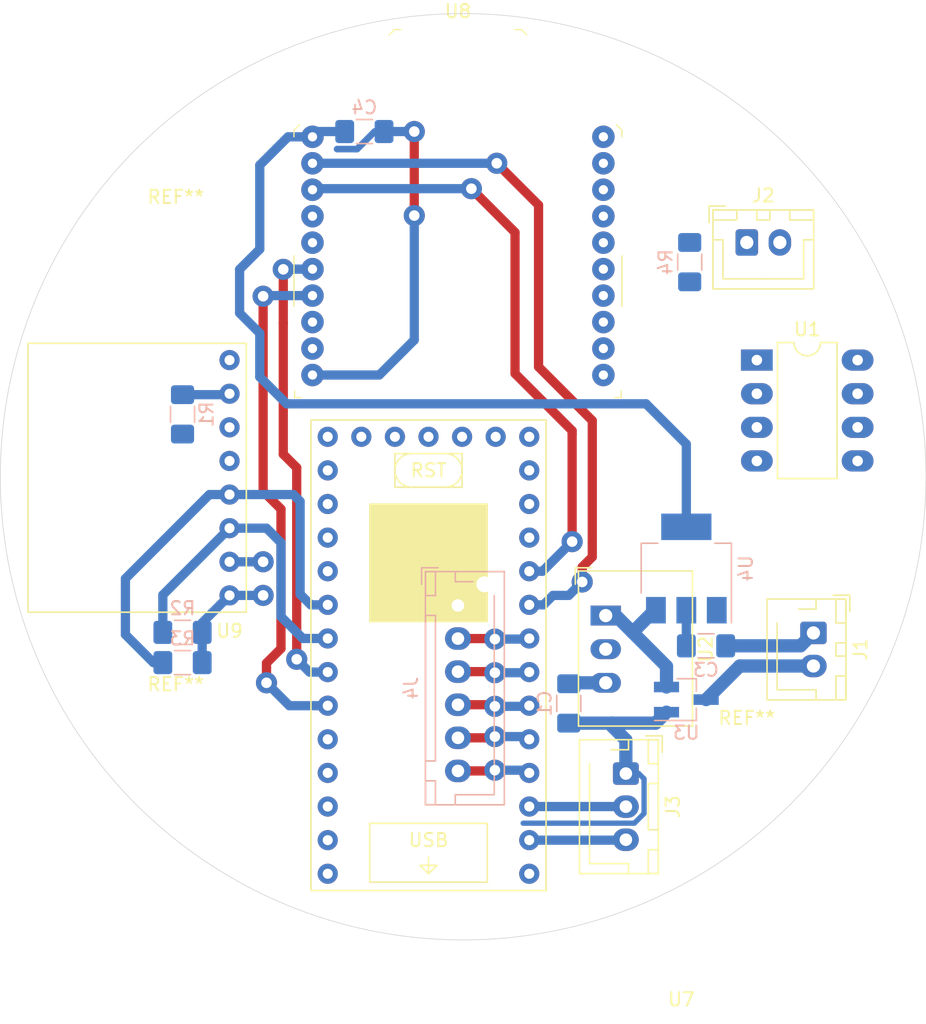
<source format=kicad_pcb>
(kicad_pcb (version 20171130) (host pcbnew 5.1.5-52549c5~84~ubuntu19.04.1)

  (general
    (thickness 1.6)
    (drawings 1)
    (tracks 151)
    (zones 0)
    (modules 21)
    (nets 54)
  )

  (page A4)
  (layers
    (0 F.Cu signal)
    (31 B.Cu signal)
    (32 B.Adhes user)
    (33 F.Adhes user)
    (34 B.Paste user)
    (35 F.Paste user)
    (36 B.SilkS user)
    (37 F.SilkS user)
    (38 B.Mask user)
    (39 F.Mask user)
    (40 Dwgs.User user)
    (41 Cmts.User user)
    (42 Eco1.User user)
    (43 Eco2.User user)
    (44 Edge.Cuts user)
    (45 Margin user)
    (46 B.CrtYd user)
    (47 F.CrtYd user)
    (48 B.Fab user)
    (49 F.Fab user)
  )

  (setup
    (last_trace_width 0.7)
    (user_trace_width 0.4)
    (user_trace_width 0.5)
    (user_trace_width 0.7)
    (user_trace_width 1)
    (trace_clearance 0.2)
    (zone_clearance 0.508)
    (zone_45_only no)
    (trace_min 0.2)
    (via_size 0.8)
    (via_drill 0.4)
    (via_min_size 0.4)
    (via_min_drill 0.3)
    (user_via 1.6 0.8)
    (uvia_size 0.3)
    (uvia_drill 0.1)
    (uvias_allowed no)
    (uvia_min_size 0.2)
    (uvia_min_drill 0.1)
    (edge_width 0.05)
    (segment_width 0.2)
    (pcb_text_width 0.3)
    (pcb_text_size 1.5 1.5)
    (mod_edge_width 0.12)
    (mod_text_size 1 1)
    (mod_text_width 0.15)
    (pad_size 1.524 1.524)
    (pad_drill 0.762)
    (pad_to_mask_clearance 0.051)
    (solder_mask_min_width 0.25)
    (aux_axis_origin 0 0)
    (visible_elements FFFFFF7F)
    (pcbplotparams
      (layerselection 0x010fc_ffffffff)
      (usegerberextensions false)
      (usegerberattributes false)
      (usegerberadvancedattributes false)
      (creategerberjobfile false)
      (excludeedgelayer true)
      (linewidth 0.100000)
      (plotframeref false)
      (viasonmask false)
      (mode 1)
      (useauxorigin false)
      (hpglpennumber 1)
      (hpglpenspeed 20)
      (hpglpendiameter 15.000000)
      (psnegative false)
      (psa4output false)
      (plotreference true)
      (plotvalue true)
      (plotinvisibletext false)
      (padsonsilk false)
      (subtractmaskfromsilk false)
      (outputformat 1)
      (mirror false)
      (drillshape 1)
      (scaleselection 1)
      (outputdirectory ""))
  )

  (net 0 "")
  (net 1 GND)
  (net 2 +5V)
  (net 3 +3V3)
  (net 4 "Net-(J1-Pad2)")
  (net 5 /~Hold~_FRAM)
  (net 6 /~WP_FRAM)
  (net 7 /SCK)
  (net 8 /MISO)
  (net 9 /MOSI)
  (net 10 /SS_FRAM)
  (net 11 +12V)
  (net 12 "Net-(U7-Pad33)")
  (net 13 "Net-(U7-Pad32)")
  (net 14 "Net-(U7-Pad30)")
  (net 15 "Net-(U7-Pad29)")
  (net 16 "Net-(U7-Pad26)")
  (net 17 "Net-(U7-Pad25)")
  (net 18 "Net-(U7-Pad24)")
  (net 19 /XBEE_PWM1)
  (net 20 /XBEE_PWM0)
  (net 21 /SCL)
  (net 22 /SDA)
  (net 23 /TX_Teensy)
  (net 24 /RX_Teensy)
  (net 25 "Net-(U8-Pad20)")
  (net 26 "Net-(U8-Pad19)")
  (net 27 "Net-(U8-Pad18)")
  (net 28 "Net-(U8-Pad17)")
  (net 29 "Net-(U8-Pad16)")
  (net 30 "Net-(U8-Pad15)")
  (net 31 "Net-(U8-Pad14)")
  (net 32 "Net-(U8-Pad13)")
  (net 33 "Net-(U8-Pad12)")
  (net 34 "Net-(U8-Pad11)")
  (net 35 "Net-(U8-Pad9)")
  (net 36 "Net-(U8-Pad8)")
  (net 37 "Net-(U8-Pad5)")
  (net 38 "Net-(U8-Pad4)")
  (net 39 "Net-(U9-Pad5)")
  (net 40 "Net-(U9-Pad6)")
  (net 41 "Net-(U9-Pad8)")
  (net 42 /LED_POWER)
  (net 43 /RX1_Teensy)
  (net 44 /TX1_Teensy)
  (net 45 "Net-(R1-Pad2)")
  (net 46 "Net-(U7-Pad19)")
  (net 47 "Net-(U7-Pad18)")
  (net 48 "Net-(U7-Pad17)")
  (net 49 /io1)
  (net 50 /io2)
  (net 51 /io3)
  (net 52 /io4)
  (net 53 /io5)

  (net_class Default "This is the default net class."
    (clearance 0.2)
    (trace_width 0.25)
    (via_dia 0.8)
    (via_drill 0.4)
    (uvia_dia 0.3)
    (uvia_drill 0.1)
    (add_net +12V)
    (add_net +3V3)
    (add_net +5V)
    (add_net /LED_POWER)
    (add_net /MISO)
    (add_net /MOSI)
    (add_net /RX1_Teensy)
    (add_net /RX_Teensy)
    (add_net /SCK)
    (add_net /SCL)
    (add_net /SDA)
    (add_net /SS_FRAM)
    (add_net /TX1_Teensy)
    (add_net /TX_Teensy)
    (add_net /XBEE_PWM0)
    (add_net /XBEE_PWM1)
    (add_net /io1)
    (add_net /io2)
    (add_net /io3)
    (add_net /io4)
    (add_net /io5)
    (add_net /~Hold~_FRAM)
    (add_net /~WP_FRAM)
    (add_net GND)
    (add_net "Net-(J1-Pad2)")
    (add_net "Net-(R1-Pad2)")
    (add_net "Net-(U7-Pad17)")
    (add_net "Net-(U7-Pad18)")
    (add_net "Net-(U7-Pad19)")
    (add_net "Net-(U7-Pad24)")
    (add_net "Net-(U7-Pad25)")
    (add_net "Net-(U7-Pad26)")
    (add_net "Net-(U7-Pad29)")
    (add_net "Net-(U7-Pad30)")
    (add_net "Net-(U7-Pad32)")
    (add_net "Net-(U7-Pad33)")
    (add_net "Net-(U8-Pad11)")
    (add_net "Net-(U8-Pad12)")
    (add_net "Net-(U8-Pad13)")
    (add_net "Net-(U8-Pad14)")
    (add_net "Net-(U8-Pad15)")
    (add_net "Net-(U8-Pad16)")
    (add_net "Net-(U8-Pad17)")
    (add_net "Net-(U8-Pad18)")
    (add_net "Net-(U8-Pad19)")
    (add_net "Net-(U8-Pad20)")
    (add_net "Net-(U8-Pad4)")
    (add_net "Net-(U8-Pad5)")
    (add_net "Net-(U8-Pad8)")
    (add_net "Net-(U8-Pad9)")
    (add_net "Net-(U9-Pad5)")
    (add_net "Net-(U9-Pad6)")
    (add_net "Net-(U9-Pad8)")
  )

  (module MountingHole:MountingHole_3.2mm_M3 (layer F.Cu) (tedit 56D1B4CB) (tstamp 5E31ABA6)
    (at 171.45 122.428)
    (descr "Mounting Hole 3.2mm, no annular, M3")
    (tags "mounting hole 3.2mm no annular m3")
    (attr virtual)
    (fp_text reference REF** (at 0 -4.2) (layer F.SilkS)
      (effects (font (size 1 1) (thickness 0.15)))
    )
    (fp_text value MountingHole_3.2mm_M3 (at 0 4.2) (layer F.Fab)
      (effects (font (size 1 1) (thickness 0.15)))
    )
    (fp_circle (center 0 0) (end 3.45 0) (layer F.CrtYd) (width 0.05))
    (fp_circle (center 0 0) (end 3.2 0) (layer Cmts.User) (width 0.15))
    (fp_text user %R (at 0.3 0) (layer F.Fab)
      (effects (font (size 1 1) (thickness 0.15)))
    )
    (pad 1 np_thru_hole circle (at 0 0) (size 3.2 3.2) (drill 3.2) (layers *.Cu *.Mask))
  )

  (module MountingHole:MountingHole_3.2mm_M3 (layer F.Cu) (tedit 56D1B4CB) (tstamp 5E31AB90)
    (at 128.27 119.888)
    (descr "Mounting Hole 3.2mm, no annular, M3")
    (tags "mounting hole 3.2mm no annular m3")
    (attr virtual)
    (fp_text reference REF** (at 0 -4.2) (layer F.SilkS)
      (effects (font (size 1 1) (thickness 0.15)))
    )
    (fp_text value MountingHole_3.2mm_M3 (at 0 4.2) (layer F.Fab)
      (effects (font (size 1 1) (thickness 0.15)))
    )
    (fp_circle (center 0 0) (end 3.45 0) (layer F.CrtYd) (width 0.05))
    (fp_circle (center 0 0) (end 3.2 0) (layer Cmts.User) (width 0.15))
    (fp_text user %R (at 0.3 0) (layer F.Fab)
      (effects (font (size 1 1) (thickness 0.15)))
    )
    (pad 1 np_thru_hole circle (at 0 0) (size 3.2 3.2) (drill 3.2) (layers *.Cu *.Mask))
  )

  (module MountingHole:MountingHole_3.2mm_M3 (layer F.Cu) (tedit 56D1B4CB) (tstamp 5E31A832)
    (at 128.27 83.058)
    (descr "Mounting Hole 3.2mm, no annular, M3")
    (tags "mounting hole 3.2mm no annular m3")
    (attr virtual)
    (fp_text reference REF** (at 0 -4.2) (layer F.SilkS)
      (effects (font (size 1 1) (thickness 0.15)))
    )
    (fp_text value MountingHole_3.2mm_M3 (at 0 4.2) (layer F.Fab)
      (effects (font (size 1 1) (thickness 0.15)))
    )
    (fp_circle (center 0 0) (end 3.45 0) (layer F.CrtYd) (width 0.05))
    (fp_circle (center 0 0) (end 3.2 0) (layer Cmts.User) (width 0.15))
    (fp_text user %R (at 0.3 0) (layer F.Fab)
      (effects (font (size 1 1) (thickness 0.15)))
    )
    (pad 1 np_thru_hole circle (at 0 0) (size 3.2 3.2) (drill 3.2) (layers *.Cu *.Mask))
  )

  (module Connector_JST:JST_XH_B6B-XH-AM_1x06_P2.50mm_Vertical (layer B.Cu) (tedit 5C28146E) (tstamp 5E319FC9)
    (at 149.606 109.728 270)
    (descr "JST XH series connector, B6B-XH-AM, with boss (http://www.jst-mfg.com/product/pdf/eng/eXH.pdf), generated with kicad-footprint-generator")
    (tags "connector JST XH vertical boss")
    (path /5E31F4B8)
    (fp_text reference J4 (at 6.25 3.55 90) (layer B.SilkS)
      (effects (font (size 1 1) (thickness 0.15)) (justify mirror))
    )
    (fp_text value Conn_01x06 (at 6.25 -4.6 90) (layer B.Fab)
      (effects (font (size 1 1) (thickness 0.15)) (justify mirror))
    )
    (fp_text user %R (at 6.25 -2.7 90) (layer B.Fab)
      (effects (font (size 1 1) (thickness 0.15)) (justify mirror))
    )
    (fp_line (start -2.85 2.75) (end -2.85 1.5) (layer B.SilkS) (width 0.12))
    (fp_line (start -1.6 2.75) (end -2.85 2.75) (layer B.SilkS) (width 0.12))
    (fp_line (start 14.3 -2.75) (end 6.25 -2.75) (layer B.SilkS) (width 0.12))
    (fp_line (start 14.3 0.2) (end 14.3 -2.75) (layer B.SilkS) (width 0.12))
    (fp_line (start 15.05 0.2) (end 14.3 0.2) (layer B.SilkS) (width 0.12))
    (fp_line (start 6.25 -2.75) (end -0.74 -2.75) (layer B.SilkS) (width 0.12))
    (fp_line (start -1.8 0.2) (end -1.8 -1.14) (layer B.SilkS) (width 0.12))
    (fp_line (start -2.55 0.2) (end -1.8 0.2) (layer B.SilkS) (width 0.12))
    (fp_line (start 15.05 2.45) (end 13.25 2.45) (layer B.SilkS) (width 0.12))
    (fp_line (start 15.05 1.7) (end 15.05 2.45) (layer B.SilkS) (width 0.12))
    (fp_line (start 13.25 1.7) (end 15.05 1.7) (layer B.SilkS) (width 0.12))
    (fp_line (start 13.25 2.45) (end 13.25 1.7) (layer B.SilkS) (width 0.12))
    (fp_line (start -0.75 2.45) (end -2.55 2.45) (layer B.SilkS) (width 0.12))
    (fp_line (start -0.75 1.7) (end -0.75 2.45) (layer B.SilkS) (width 0.12))
    (fp_line (start -2.55 1.7) (end -0.75 1.7) (layer B.SilkS) (width 0.12))
    (fp_line (start -2.55 2.45) (end -2.55 1.7) (layer B.SilkS) (width 0.12))
    (fp_line (start 11.75 2.45) (end 0.75 2.45) (layer B.SilkS) (width 0.12))
    (fp_line (start 11.75 1.7) (end 11.75 2.45) (layer B.SilkS) (width 0.12))
    (fp_line (start 0.75 1.7) (end 11.75 1.7) (layer B.SilkS) (width 0.12))
    (fp_line (start 0.75 2.45) (end 0.75 1.7) (layer B.SilkS) (width 0.12))
    (fp_line (start 0 1.35) (end 0.625 2.35) (layer B.Fab) (width 0.1))
    (fp_line (start -0.625 2.35) (end 0 1.35) (layer B.Fab) (width 0.1))
    (fp_line (start 15.45 2.85) (end -2.95 2.85) (layer B.CrtYd) (width 0.05))
    (fp_line (start 15.45 -3.9) (end 15.45 2.85) (layer B.CrtYd) (width 0.05))
    (fp_line (start -2.95 -3.9) (end 15.45 -3.9) (layer B.CrtYd) (width 0.05))
    (fp_line (start -2.95 2.85) (end -2.95 -3.9) (layer B.CrtYd) (width 0.05))
    (fp_line (start 15.06 2.46) (end -2.56 2.46) (layer B.SilkS) (width 0.12))
    (fp_line (start 15.06 -3.51) (end 15.06 2.46) (layer B.SilkS) (width 0.12))
    (fp_line (start -2.56 -3.51) (end 15.06 -3.51) (layer B.SilkS) (width 0.12))
    (fp_line (start -2.56 2.46) (end -2.56 -3.51) (layer B.SilkS) (width 0.12))
    (fp_line (start 14.95 2.35) (end -2.45 2.35) (layer B.Fab) (width 0.1))
    (fp_line (start 14.95 -3.4) (end 14.95 2.35) (layer B.Fab) (width 0.1))
    (fp_line (start -2.45 -3.4) (end 14.95 -3.4) (layer B.Fab) (width 0.1))
    (fp_line (start -2.45 2.35) (end -2.45 -3.4) (layer B.Fab) (width 0.1))
    (pad "" np_thru_hole circle (at -1.6 -2 270) (size 1.2 1.2) (drill 1.2) (layers *.Cu *.Mask))
    (pad 6 thru_hole oval (at 12.5 0 270) (size 1.7 1.95) (drill 0.95) (layers *.Cu *.Mask)
      (net 49 /io1))
    (pad 5 thru_hole oval (at 10 0 270) (size 1.7 1.95) (drill 0.95) (layers *.Cu *.Mask)
      (net 50 /io2))
    (pad 4 thru_hole oval (at 7.5 0 270) (size 1.7 1.95) (drill 0.95) (layers *.Cu *.Mask)
      (net 51 /io3))
    (pad 3 thru_hole oval (at 5 0 270) (size 1.7 1.95) (drill 0.95) (layers *.Cu *.Mask)
      (net 52 /io4))
    (pad 2 thru_hole oval (at 2.5 0 270) (size 1.7 1.95) (drill 0.95) (layers *.Cu *.Mask)
      (net 53 /io5))
    (pad 1 thru_hole roundrect (at 0 0 270) (size 1.7 1.95) (drill 0.95) (layers *.Cu *.Mask) (roundrect_rratio 0.147059)
      (net 1 GND))
    (model ${KISYS3DMOD}/Connector_JST.3dshapes/JST_XH_B6B-XH-AM_1x06_P2.50mm_Vertical.wrl
      (at (xyz 0 0 0))
      (scale (xyz 1 1 1))
      (rotate (xyz 0 0 0))
    )
  )

  (module Capteurs:MPU-6050 (layer F.Cu) (tedit 5E1D8321) (tstamp 5E30D451)
    (at 132.334 108.966 180)
    (path /5E20105C)
    (fp_text reference U9 (at 0 -2.675) (layer F.SilkS)
      (effects (font (size 1 1) (thickness 0.15)))
    )
    (fp_text value MPU-6050 (at 10.16 0) (layer F.Fab)
      (effects (font (size 1 1) (thickness 0.15)))
    )
    (fp_line (start 15.24 -1.27) (end -1.27 -1.27) (layer F.SilkS) (width 0.12))
    (fp_line (start 15.24 19.05) (end 15.24 -1.27) (layer F.SilkS) (width 0.12))
    (fp_line (start -1.27 19.05) (end 15.24 19.05) (layer F.SilkS) (width 0.12))
    (fp_line (start -1.27 0) (end -1.27 19.05) (layer F.SilkS) (width 0.12))
    (fp_line (start -1.27 -1.27) (end -1.27 0) (layer F.SilkS) (width 0.12))
    (pad 1 thru_hole circle (at 0 0 180) (size 1.524 1.524) (drill 0.762) (layers *.Cu *.Mask)
      (net 3 +3V3))
    (pad 2 thru_hole circle (at 0 2.54 180) (size 1.524 1.524) (drill 0.762) (layers *.Cu *.Mask)
      (net 1 GND))
    (pad 3 thru_hole circle (at 0 5.08 180) (size 1.524 1.524) (drill 0.762) (layers *.Cu *.Mask)
      (net 21 /SCL))
    (pad 4 thru_hole circle (at 0 7.62 180) (size 1.524 1.524) (drill 0.762) (layers *.Cu *.Mask)
      (net 22 /SDA))
    (pad 5 thru_hole circle (at 0 10.16 180) (size 1.524 1.524) (drill 0.762) (layers *.Cu *.Mask)
      (net 39 "Net-(U9-Pad5)"))
    (pad 6 thru_hole circle (at 0 12.7 180) (size 1.524 1.524) (drill 0.762) (layers *.Cu *.Mask)
      (net 40 "Net-(U9-Pad6)"))
    (pad 7 thru_hole circle (at 0 15.24 180) (size 1.524 1.524) (drill 0.762) (layers *.Cu *.Mask)
      (net 45 "Net-(R1-Pad2)"))
    (pad 8 thru_hole circle (at 0 17.78 180) (size 1.524 1.524) (drill 0.762) (layers *.Cu *.Mask)
      (net 41 "Net-(U9-Pad8)"))
  )

  (module digikey-footprints:XBEE-20_THT (layer F.Cu) (tedit 59CA6E5E) (tstamp 5E30D709)
    (at 149.606 83.312)
    (descr https://www.digi.com/pdf/ds_xbeemultipointmodules.pdf)
    (path /5E206BF5)
    (fp_text reference U8 (at 0 -18.49) (layer F.SilkS)
      (effects (font (size 1 1) (thickness 0.15)))
    )
    (fp_text value Xbee802.15.4 (at 0 12.45) (layer F.Fab)
      (effects (font (size 1 1) (thickness 0.15)))
    )
    (fp_line (start -12.25 -9.5) (end -12.25 10.6) (layer F.Fab) (width 0.1))
    (fp_line (start 12.25 -9.5) (end 12.25 10.6) (layer F.Fab) (width 0.1))
    (fp_line (start -12.25 10.6) (end 12.25 10.6) (layer F.Fab) (width 0.1))
    (fp_line (start -4.75 -17) (end 4.75 -17) (layer F.Fab) (width 0.1))
    (fp_line (start 4.75 -17) (end 12.25 -9.5) (layer F.Fab) (width 0.1))
    (fp_line (start -12.25 -9.5) (end -4.75 -17) (layer F.Fab) (width 0.1))
    (fp_line (start 12.35 10.7) (end 11.85 10.7) (layer F.SilkS) (width 0.1))
    (fp_line (start 12.35 10.7) (end 12.35 10.2) (layer F.SilkS) (width 0.1))
    (fp_line (start -12.35 10.7) (end -11.85 10.7) (layer F.SilkS) (width 0.1))
    (fp_line (start -12.35 10.7) (end -12.35 10.2) (layer F.SilkS) (width 0.1))
    (fp_line (start -12.4 -9.5) (end -12.4 -9) (layer F.SilkS) (width 0.1))
    (fp_line (start -12.4 -9.5) (end -12 -9.9) (layer F.SilkS) (width 0.1))
    (fp_line (start 12.4 -9.5) (end 12 -9.9) (layer F.SilkS) (width 0.1))
    (fp_line (start 12.4 -9.5) (end 12.4 -9) (layer F.SilkS) (width 0.1))
    (fp_line (start -4.8 -17.1) (end -5.2 -16.7) (layer F.SilkS) (width 0.1))
    (fp_line (start -4.8 -17.1) (end -4.3 -17.1) (layer F.SilkS) (width 0.1))
    (fp_line (start 4.8 -17.1) (end 4.3 -17.1) (layer F.SilkS) (width 0.1))
    (fp_line (start 4.8 -17.1) (end 5.2 -16.7) (layer F.SilkS) (width 0.1))
    (fp_line (start -12.4 0) (end -12.4 3.8) (layer F.SilkS) (width 0.1))
    (fp_line (start 12.4 0) (end 12.4 3.8) (layer F.SilkS) (width 0.1))
    (fp_line (start -12.5 -17.25) (end -12.5 10.85) (layer F.CrtYd) (width 0.05))
    (fp_line (start 12.5 -17.25) (end 12.5 10.85) (layer F.CrtYd) (width 0.05))
    (fp_line (start -12.5 10.85) (end 12.5 10.85) (layer F.CrtYd) (width 0.05))
    (fp_line (start -12.5 -17.25) (end 12.5 -17.25) (layer F.CrtYd) (width 0.05))
    (fp_text user %R (at 0 0) (layer F.Fab)
      (effects (font (size 1 1) (thickness 0.15)))
    )
    (pad 20 thru_hole circle (at 11 -9) (size 1.7 1.7) (drill 0.7) (layers *.Cu *.Mask)
      (net 25 "Net-(U8-Pad20)"))
    (pad 19 thru_hole circle (at 11 -7) (size 1.7 1.7) (drill 0.7) (layers *.Cu *.Mask)
      (net 26 "Net-(U8-Pad19)"))
    (pad 18 thru_hole circle (at 11 -5) (size 1.7 1.7) (drill 0.7) (layers *.Cu *.Mask)
      (net 27 "Net-(U8-Pad18)"))
    (pad 17 thru_hole circle (at 11 -3) (size 1.7 1.7) (drill 0.7) (layers *.Cu *.Mask)
      (net 28 "Net-(U8-Pad17)"))
    (pad 16 thru_hole circle (at 11 -1) (size 1.7 1.7) (drill 0.7) (layers *.Cu *.Mask)
      (net 29 "Net-(U8-Pad16)"))
    (pad 15 thru_hole circle (at 11 1) (size 1.7 1.7) (drill 0.7) (layers *.Cu *.Mask)
      (net 30 "Net-(U8-Pad15)"))
    (pad 14 thru_hole circle (at 11 3) (size 1.7 1.7) (drill 0.7) (layers *.Cu *.Mask)
      (net 31 "Net-(U8-Pad14)"))
    (pad 13 thru_hole circle (at 11 5) (size 1.7 1.7) (drill 0.7) (layers *.Cu *.Mask)
      (net 32 "Net-(U8-Pad13)"))
    (pad 12 thru_hole circle (at 11 7) (size 1.7 1.7) (drill 0.7) (layers *.Cu *.Mask)
      (net 33 "Net-(U8-Pad12)"))
    (pad 11 thru_hole circle (at 11 9) (size 1.7 1.7) (drill 0.7) (layers *.Cu *.Mask)
      (net 34 "Net-(U8-Pad11)"))
    (pad 10 thru_hole circle (at -11 9) (size 1.7 1.7) (drill 0.7) (layers *.Cu *.Mask)
      (net 1 GND))
    (pad 9 thru_hole circle (at -11 7) (size 1.7 1.7) (drill 0.7) (layers *.Cu *.Mask)
      (net 35 "Net-(U8-Pad9)"))
    (pad 8 thru_hole circle (at -11 5) (size 1.7 1.7) (drill 0.7) (layers *.Cu *.Mask)
      (net 36 "Net-(U8-Pad8)"))
    (pad 7 thru_hole circle (at -11 3) (size 1.7 1.7) (drill 0.7) (layers *.Cu *.Mask)
      (net 19 /XBEE_PWM1))
    (pad 6 thru_hole circle (at -11 1) (size 1.7 1.7) (drill 0.7) (layers *.Cu *.Mask)
      (net 20 /XBEE_PWM0))
    (pad 5 thru_hole circle (at -11 -1) (size 1.7 1.7) (drill 0.7) (layers *.Cu *.Mask)
      (net 37 "Net-(U8-Pad5)"))
    (pad 4 thru_hole circle (at -11 -3) (size 1.7 1.7) (drill 0.7) (layers *.Cu *.Mask)
      (net 38 "Net-(U8-Pad4)"))
    (pad 3 thru_hole circle (at -11 -5) (size 1.7 1.7) (drill 0.7) (layers *.Cu *.Mask)
      (net 23 /TX_Teensy))
    (pad 2 thru_hole circle (at -11 -7) (size 1.7 1.7) (drill 0.7) (layers *.Cu *.Mask)
      (net 24 /RX_Teensy))
    (pad 1 thru_hole circle (at -11 -9) (size 1.7 1.7) (drill 0.7) (layers *.Cu *.Mask)
      (net 3 +3V3))
  )

  (module RTS:TEENSY3.2_RTS (layer F.Cu) (tedit 5E1D7FE5) (tstamp 5E30D40F)
    (at 155 130 180)
    (path /5E20376A)
    (fp_text reference U7 (at -11.5 -9.5) (layer F.SilkS)
      (effects (font (size 1 1) (thickness 0.15)))
    )
    (fp_text value TEENSY3.2 (at -11.5 -10.5) (layer F.Fab)
      (effects (font (size 1 1) (thickness 0.15)))
    )
    (fp_poly (pts (xy 12.065 27.94) (xy 3.175 27.94) (xy 3.175 19.05) (xy 12.065 19.05)) (layer F.SilkS) (width 0.1))
    (fp_text user RST (at 7.62 30.48) (layer F.SilkS)
      (effects (font (size 1 1) (thickness 0.15)))
    )
    (fp_line (start 8.255 0.635) (end 7.62 0) (layer F.SilkS) (width 0.12))
    (fp_line (start 6.985 0.635) (end 8.255 0.635) (layer F.SilkS) (width 0.12))
    (fp_line (start 7.62 0) (end 6.985 0.635) (layer F.SilkS) (width 0.12))
    (fp_line (start 7.62 0) (end 7.62 1.27) (layer F.SilkS) (width 0.12))
    (fp_text user USB (at 7.62 2.54) (layer F.SilkS)
      (effects (font (size 1 1) (thickness 0.15)))
    )
    (fp_line (start 12.065 -0.635) (end 3.175 -0.635) (layer F.SilkS) (width 0.12))
    (fp_line (start 12.065 3.81) (end 12.065 -0.635) (layer F.SilkS) (width 0.12))
    (fp_line (start 3.175 3.81) (end 12.065 3.81) (layer F.SilkS) (width 0.12))
    (fp_line (start 3.175 -0.635) (end 3.175 3.81) (layer F.SilkS) (width 0.12))
    (fp_arc (start 8.89 30.48) (end 8.89 31.75) (angle -180) (layer F.SilkS) (width 0.12))
    (fp_arc (start 6.35 30.48) (end 6.35 29.21) (angle -180) (layer F.SilkS) (width 0.12))
    (fp_line (start 10.16 31.75) (end 7.62 31.75) (layer F.SilkS) (width 0.12))
    (fp_line (start 10.16 29.21) (end 10.16 31.75) (layer F.SilkS) (width 0.12))
    (fp_line (start 5.08 29.21) (end 10.16 29.21) (layer F.SilkS) (width 0.12))
    (fp_line (start 5.08 31.75) (end 5.08 29.21) (layer F.SilkS) (width 0.12))
    (fp_line (start 7.62 31.75) (end 5.08 31.75) (layer F.SilkS) (width 0.12))
    (fp_line (start 16.51 -1.27) (end -1.27 -1.27) (layer F.SilkS) (width 0.12))
    (fp_line (start 16.51 34.29) (end 16.51 -1.27) (layer F.SilkS) (width 0.12))
    (fp_line (start -1.27 34.29) (end 16.51 34.29) (layer F.SilkS) (width 0.12))
    (fp_line (start -1.27 -1.27) (end -1.27 34.29) (layer F.SilkS) (width 0.12))
    (pad 33 thru_hole circle (at 12.7 33.02 180) (size 1.524 1.524) (drill 0.762) (layers *.Cu *.Mask)
      (net 12 "Net-(U7-Pad33)"))
    (pad 32 thru_hole circle (at 10.16 33.02 180) (size 1.524 1.524) (drill 0.762) (layers *.Cu *.Mask)
      (net 13 "Net-(U7-Pad32)"))
    (pad 31 thru_hole circle (at 7.62 33.02 180) (size 1.524 1.524) (drill 0.762) (layers *.Cu *.Mask)
      (net 1 GND))
    (pad 30 thru_hole circle (at 5.08 33.02 180) (size 1.524 1.524) (drill 0.762) (layers *.Cu *.Mask)
      (net 14 "Net-(U7-Pad30)"))
    (pad 29 thru_hole circle (at 2.54 33.02 180) (size 1.524 1.524) (drill 0.762) (layers *.Cu *.Mask)
      (net 15 "Net-(U7-Pad29)"))
    (pad 28 thru_hole circle (at 15.24 0 180) (size 1.524 1.524) (drill 0.762) (layers *.Cu *.Mask)
      (net 2 +5V))
    (pad 27 thru_hole circle (at 15.24 2.54 180) (size 1.524 1.524) (drill 0.762) (layers *.Cu *.Mask)
      (net 1 GND))
    (pad 26 thru_hole circle (at 15.24 5.08 180) (size 1.524 1.524) (drill 0.762) (layers *.Cu *.Mask)
      (net 16 "Net-(U7-Pad26)"))
    (pad 25 thru_hole circle (at 15.24 7.62 180) (size 1.524 1.524) (drill 0.762) (layers *.Cu *.Mask)
      (net 17 "Net-(U7-Pad25)"))
    (pad 24 thru_hole circle (at 15.24 10.16 180) (size 1.524 1.524) (drill 0.762) (layers *.Cu *.Mask)
      (net 18 "Net-(U7-Pad24)"))
    (pad 23 thru_hole circle (at 15.24 12.7 180) (size 1.524 1.524) (drill 0.762) (layers *.Cu *.Mask)
      (net 19 /XBEE_PWM1))
    (pad 22 thru_hole circle (at 15.24 15.24 180) (size 1.524 1.524) (drill 0.762) (layers *.Cu *.Mask)
      (net 20 /XBEE_PWM0))
    (pad 21 thru_hole circle (at 15.24 17.78 180) (size 1.524 1.524) (drill 0.762) (layers *.Cu *.Mask)
      (net 21 /SCL))
    (pad 20 thru_hole circle (at 15.24 20.32 180) (size 1.524 1.524) (drill 0.762) (layers *.Cu *.Mask)
      (net 22 /SDA))
    (pad 19 thru_hole circle (at 15.24 22.86 180) (size 1.524 1.524) (drill 0.762) (layers *.Cu *.Mask)
      (net 46 "Net-(U7-Pad19)"))
    (pad 18 thru_hole circle (at 15.24 25.4 180) (size 1.524 1.524) (drill 0.762) (layers *.Cu *.Mask)
      (net 47 "Net-(U7-Pad18)"))
    (pad 17 thru_hole circle (at 15.24 27.94 180) (size 1.524 1.524) (drill 0.762) (layers *.Cu *.Mask)
      (net 48 "Net-(U7-Pad17)"))
    (pad 16 thru_hole circle (at 15.24 30.48 180) (size 1.524 1.524) (drill 0.762) (layers *.Cu *.Mask)
      (net 5 /~Hold~_FRAM))
    (pad 15 thru_hole circle (at 15.24 33.02 180) (size 1.524 1.524) (drill 0.762) (layers *.Cu *.Mask)
      (net 7 /SCK))
    (pad 14 thru_hole circle (at 0 33.02 180) (size 1.524 1.524) (drill 0.762) (layers *.Cu *.Mask)
      (net 8 /MISO))
    (pad 13 thru_hole circle (at 0 30.48 180) (size 1.524 1.524) (drill 0.762) (layers *.Cu *.Mask)
      (net 9 /MOSI))
    (pad 12 thru_hole circle (at 0 27.94 180) (size 1.524 1.524) (drill 0.762) (layers *.Cu *.Mask)
      (net 10 /SS_FRAM))
    (pad 11 thru_hole circle (at 0 25.4 180) (size 1.524 1.524) (drill 0.762) (layers *.Cu *.Mask)
      (net 6 /~WP_FRAM))
    (pad 10 thru_hole circle (at 0 22.86 180) (size 1.524 1.524) (drill 0.762) (layers *.Cu *.Mask)
      (net 23 /TX_Teensy))
    (pad 9 thru_hole circle (at 0 20.32 180) (size 1.524 1.524) (drill 0.762) (layers *.Cu *.Mask)
      (net 24 /RX_Teensy))
    (pad 8 thru_hole circle (at 0 17.78 180) (size 1.524 1.524) (drill 0.762) (layers *.Cu *.Mask)
      (net 53 /io5))
    (pad 7 thru_hole circle (at 0 15.24 180) (size 1.524 1.524) (drill 0.762) (layers *.Cu *.Mask)
      (net 52 /io4))
    (pad 6 thru_hole circle (at 0 12.7 180) (size 1.524 1.524) (drill 0.762) (layers *.Cu *.Mask)
      (net 51 /io3))
    (pad 5 thru_hole circle (at 0 10.16 180) (size 1.524 1.524) (drill 0.762) (layers *.Cu *.Mask)
      (net 50 /io2))
    (pad 4 thru_hole circle (at 0 7.62 180) (size 1.524 1.524) (drill 0.762) (layers *.Cu *.Mask)
      (net 49 /io1))
    (pad 3 thru_hole circle (at 0 5.08 180) (size 1.524 1.524) (drill 0.762) (layers *.Cu *.Mask)
      (net 44 /TX1_Teensy))
    (pad 2 thru_hole circle (at 0 2.54 180) (size 1.524 1.524) (drill 0.762) (layers *.Cu *.Mask)
      (net 43 /RX1_Teensy))
    (pad 1 thru_hole circle (at 0 0 180) (size 1.524 1.524) (drill 0.762) (layers *.Cu *.Mask)
      (net 1 GND))
  )

  (module Package_TO_SOT_SMD:SOT-223-3_TabPin2 (layer B.Cu) (tedit 5A02FF57) (tstamp 5E30D3D4)
    (at 166.878 106.934 90)
    (descr "module CMS SOT223 4 pins")
    (tags "CMS SOT")
    (path /5E31619B)
    (attr smd)
    (fp_text reference U4 (at 0 4.5 90) (layer B.SilkS)
      (effects (font (size 1 1) (thickness 0.15)) (justify mirror))
    )
    (fp_text value AMS1117-3.3 (at 0 -4.5 90) (layer B.Fab)
      (effects (font (size 1 1) (thickness 0.15)) (justify mirror))
    )
    (fp_line (start 1.85 3.35) (end 1.85 -3.35) (layer B.Fab) (width 0.1))
    (fp_line (start -1.85 -3.35) (end 1.85 -3.35) (layer B.Fab) (width 0.1))
    (fp_line (start -4.1 3.41) (end 1.91 3.41) (layer B.SilkS) (width 0.12))
    (fp_line (start -0.85 3.35) (end 1.85 3.35) (layer B.Fab) (width 0.1))
    (fp_line (start -1.85 -3.41) (end 1.91 -3.41) (layer B.SilkS) (width 0.12))
    (fp_line (start -1.85 2.35) (end -1.85 -3.35) (layer B.Fab) (width 0.1))
    (fp_line (start -1.85 2.35) (end -0.85 3.35) (layer B.Fab) (width 0.1))
    (fp_line (start -4.4 3.6) (end -4.4 -3.6) (layer B.CrtYd) (width 0.05))
    (fp_line (start -4.4 -3.6) (end 4.4 -3.6) (layer B.CrtYd) (width 0.05))
    (fp_line (start 4.4 -3.6) (end 4.4 3.6) (layer B.CrtYd) (width 0.05))
    (fp_line (start 4.4 3.6) (end -4.4 3.6) (layer B.CrtYd) (width 0.05))
    (fp_line (start 1.91 3.41) (end 1.91 2.15) (layer B.SilkS) (width 0.12))
    (fp_line (start 1.91 -3.41) (end 1.91 -2.15) (layer B.SilkS) (width 0.12))
    (fp_text user %R (at 0 0 180) (layer B.Fab)
      (effects (font (size 0.8 0.8) (thickness 0.12)) (justify mirror))
    )
    (pad 1 smd rect (at -3.15 2.3 90) (size 2 1.5) (layers B.Cu B.Paste B.Mask)
      (net 1 GND))
    (pad 3 smd rect (at -3.15 -2.3 90) (size 2 1.5) (layers B.Cu B.Paste B.Mask)
      (net 11 +12V))
    (pad 2 smd rect (at -3.15 0 90) (size 2 1.5) (layers B.Cu B.Paste B.Mask)
      (net 3 +3V3))
    (pad 2 smd rect (at 3.15 0 90) (size 2 3.8) (layers B.Cu B.Paste B.Mask)
      (net 3 +3V3))
    (model ${KISYS3DMOD}/Package_TO_SOT_SMD.3dshapes/SOT-223.wrl
      (at (xyz 0 0 0))
      (scale (xyz 1 1 1))
      (rotate (xyz 0 0 0))
    )
  )

  (module Package_TO_SOT_SMD:SOT-23_Handsoldering (layer B.Cu) (tedit 5A0AB76C) (tstamp 5E30D3BE)
    (at 166.878 116.84)
    (descr "SOT-23, Handsoldering")
    (tags SOT-23)
    (path /5E1DA25D)
    (attr smd)
    (fp_text reference U3 (at 0 2.5) (layer B.SilkS)
      (effects (font (size 1 1) (thickness 0.15)) (justify mirror))
    )
    (fp_text value PMOS (at 0 -2.5) (layer B.Fab)
      (effects (font (size 1 1) (thickness 0.15)) (justify mirror))
    )
    (fp_line (start 0.76 -1.58) (end -0.7 -1.58) (layer B.SilkS) (width 0.12))
    (fp_line (start -0.7 -1.52) (end 0.7 -1.52) (layer B.Fab) (width 0.1))
    (fp_line (start 0.7 1.52) (end 0.7 -1.52) (layer B.Fab) (width 0.1))
    (fp_line (start -0.7 0.95) (end -0.15 1.52) (layer B.Fab) (width 0.1))
    (fp_line (start -0.15 1.52) (end 0.7 1.52) (layer B.Fab) (width 0.1))
    (fp_line (start -0.7 0.95) (end -0.7 -1.5) (layer B.Fab) (width 0.1))
    (fp_line (start 0.76 1.58) (end -2.4 1.58) (layer B.SilkS) (width 0.12))
    (fp_line (start -2.7 -1.75) (end -2.7 1.75) (layer B.CrtYd) (width 0.05))
    (fp_line (start 2.7 -1.75) (end -2.7 -1.75) (layer B.CrtYd) (width 0.05))
    (fp_line (start 2.7 1.75) (end 2.7 -1.75) (layer B.CrtYd) (width 0.05))
    (fp_line (start -2.7 1.75) (end 2.7 1.75) (layer B.CrtYd) (width 0.05))
    (fp_line (start 0.76 1.58) (end 0.76 0.65) (layer B.SilkS) (width 0.12))
    (fp_line (start 0.76 -1.58) (end 0.76 -0.65) (layer B.SilkS) (width 0.12))
    (fp_text user %R (at 0 0 -90) (layer B.Fab)
      (effects (font (size 0.5 0.5) (thickness 0.075)) (justify mirror))
    )
    (pad 3 smd rect (at 1.5 0) (size 1.9 0.8) (layers B.Cu B.Paste B.Mask)
      (net 4 "Net-(J1-Pad2)"))
    (pad 2 smd rect (at -1.5 -0.95) (size 1.9 0.8) (layers B.Cu B.Paste B.Mask)
      (net 11 +12V))
    (pad 1 smd rect (at -1.5 0.95) (size 1.9 0.8) (layers B.Cu B.Paste B.Mask)
      (net 1 GND))
    (model ${KISYS3DMOD}/Package_TO_SOT_SMD.3dshapes/SOT-23.wrl
      (at (xyz 0 0 0))
      (scale (xyz 1 1 1))
      (rotate (xyz 0 0 0))
    )
  )

  (module Converter_DCDC:Converter_DCDC_RECOM_R-78E-0.5_THT (layer F.Cu) (tedit 5B741BB0) (tstamp 5E30D3A9)
    (at 160.782 110.49 270)
    (descr "DCDC-Converter, RECOM, RECOM_R-78E-0.5, SIP-3, pitch 2.54mm, package size 11.6x8.5x10.4mm^3, https://www.recom-power.com/pdf/Innoline/R-78Exx-0.5.pdf")
    (tags "dc-dc recom buck sip-3 pitch 2.54mm")
    (path /5E32FFE7)
    (fp_text reference U2 (at 2.54 -7.56 90) (layer F.SilkS)
      (effects (font (size 1 1) (thickness 0.15)))
    )
    (fp_text value R-78C5.0-1.0 (at 2.54 3 90) (layer F.Fab)
      (effects (font (size 1 1) (thickness 0.15)))
    )
    (fp_text user %R (at 2.54 -2.25 90) (layer F.Fab)
      (effects (font (size 1 1) (thickness 0.15)))
    )
    (fp_line (start 8.54 -6.75) (end -3.57 -6.75) (layer F.CrtYd) (width 0.05))
    (fp_line (start 8.54 2.25) (end 8.54 -6.75) (layer F.CrtYd) (width 0.05))
    (fp_line (start -3.57 2.25) (end 8.54 2.25) (layer F.CrtYd) (width 0.05))
    (fp_line (start -3.57 -6.75) (end -3.57 2.25) (layer F.CrtYd) (width 0.05))
    (fp_line (start -3.611 2.3) (end -2.371 2.3) (layer F.SilkS) (width 0.12))
    (fp_line (start -3.611 1.06) (end -3.611 2.3) (layer F.SilkS) (width 0.12))
    (fp_line (start 8.35 -6.56) (end 8.35 2.06) (layer F.SilkS) (width 0.12))
    (fp_line (start -3.371 -6.56) (end -3.371 2.06) (layer F.SilkS) (width 0.12))
    (fp_line (start -3.371 2.06) (end 8.35 2.06) (layer F.SilkS) (width 0.12))
    (fp_line (start -3.371 -6.56) (end 8.35 -6.56) (layer F.SilkS) (width 0.12))
    (fp_line (start -3.31 1) (end -3.31 -6.5) (layer F.Fab) (width 0.1))
    (fp_line (start -2.31 2) (end -3.31 1) (layer F.Fab) (width 0.1))
    (fp_line (start 8.29 2) (end -2.31 2) (layer F.Fab) (width 0.1))
    (fp_line (start 8.29 -6.5) (end 8.29 2) (layer F.Fab) (width 0.1))
    (fp_line (start -3.31 -6.5) (end 8.29 -6.5) (layer F.Fab) (width 0.1))
    (pad 3 thru_hole oval (at 5.08 0 270) (size 1.5 2.3) (drill 1) (layers *.Cu *.Mask)
      (net 2 +5V))
    (pad 2 thru_hole oval (at 2.54 0 270) (size 1.5 2.3) (drill 1) (layers *.Cu *.Mask)
      (net 1 GND))
    (pad 1 thru_hole rect (at 0 0 270) (size 1.5 2.3) (drill 1) (layers *.Cu *.Mask)
      (net 11 +12V))
    (model ${KISYS3DMOD}/Converter_DCDC.3dshapes/Converter_DCDC_RECOM_R-78E-0.5_THT.wrl
      (at (xyz 0 0 0))
      (scale (xyz 1 1 1))
      (rotate (xyz 0 0 0))
    )
  )

  (module Package_DIP:DIP-8_W7.62mm_LongPads (layer F.Cu) (tedit 5A02E8C5) (tstamp 5E30D392)
    (at 172.212 91.186)
    (descr "8-lead though-hole mounted DIP package, row spacing 7.62 mm (300 mils), LongPads")
    (tags "THT DIP DIL PDIP 2.54mm 7.62mm 300mil LongPads")
    (path /5E20D598)
    (fp_text reference U1 (at 3.81 -2.33) (layer F.SilkS)
      (effects (font (size 1 1) (thickness 0.15)))
    )
    (fp_text value MR45V200B (at 3.81 9.95) (layer F.Fab)
      (effects (font (size 1 1) (thickness 0.15)))
    )
    (fp_text user %R (at 3.81 3.81) (layer F.Fab)
      (effects (font (size 1 1) (thickness 0.15)))
    )
    (fp_line (start 9.1 -1.55) (end -1.45 -1.55) (layer F.CrtYd) (width 0.05))
    (fp_line (start 9.1 9.15) (end 9.1 -1.55) (layer F.CrtYd) (width 0.05))
    (fp_line (start -1.45 9.15) (end 9.1 9.15) (layer F.CrtYd) (width 0.05))
    (fp_line (start -1.45 -1.55) (end -1.45 9.15) (layer F.CrtYd) (width 0.05))
    (fp_line (start 6.06 -1.33) (end 4.81 -1.33) (layer F.SilkS) (width 0.12))
    (fp_line (start 6.06 8.95) (end 6.06 -1.33) (layer F.SilkS) (width 0.12))
    (fp_line (start 1.56 8.95) (end 6.06 8.95) (layer F.SilkS) (width 0.12))
    (fp_line (start 1.56 -1.33) (end 1.56 8.95) (layer F.SilkS) (width 0.12))
    (fp_line (start 2.81 -1.33) (end 1.56 -1.33) (layer F.SilkS) (width 0.12))
    (fp_line (start 0.635 -0.27) (end 1.635 -1.27) (layer F.Fab) (width 0.1))
    (fp_line (start 0.635 8.89) (end 0.635 -0.27) (layer F.Fab) (width 0.1))
    (fp_line (start 6.985 8.89) (end 0.635 8.89) (layer F.Fab) (width 0.1))
    (fp_line (start 6.985 -1.27) (end 6.985 8.89) (layer F.Fab) (width 0.1))
    (fp_line (start 1.635 -1.27) (end 6.985 -1.27) (layer F.Fab) (width 0.1))
    (fp_arc (start 3.81 -1.33) (end 2.81 -1.33) (angle -180) (layer F.SilkS) (width 0.12))
    (pad 8 thru_hole oval (at 7.62 0) (size 2.4 1.6) (drill 0.8) (layers *.Cu *.Mask)
      (net 3 +3V3))
    (pad 4 thru_hole oval (at 0 7.62) (size 2.4 1.6) (drill 0.8) (layers *.Cu *.Mask)
      (net 1 GND))
    (pad 7 thru_hole oval (at 7.62 2.54) (size 2.4 1.6) (drill 0.8) (layers *.Cu *.Mask)
      (net 5 /~Hold~_FRAM))
    (pad 3 thru_hole oval (at 0 5.08) (size 2.4 1.6) (drill 0.8) (layers *.Cu *.Mask)
      (net 6 /~WP_FRAM))
    (pad 6 thru_hole oval (at 7.62 5.08) (size 2.4 1.6) (drill 0.8) (layers *.Cu *.Mask)
      (net 7 /SCK))
    (pad 2 thru_hole oval (at 0 2.54) (size 2.4 1.6) (drill 0.8) (layers *.Cu *.Mask)
      (net 8 /MISO))
    (pad 5 thru_hole oval (at 7.62 7.62) (size 2.4 1.6) (drill 0.8) (layers *.Cu *.Mask)
      (net 9 /MOSI))
    (pad 1 thru_hole rect (at 0 0) (size 2.4 1.6) (drill 0.8) (layers *.Cu *.Mask)
      (net 10 /SS_FRAM))
    (model ${KISYS3DMOD}/Package_DIP.3dshapes/DIP-8_W7.62mm.wrl
      (at (xyz 0 0 0))
      (scale (xyz 1 1 1))
      (rotate (xyz 0 0 0))
    )
  )

  (module Resistor_SMD:R_1206_3216Metric_Pad1.42x1.75mm_HandSolder (layer B.Cu) (tedit 5B301BBD) (tstamp 5E30D376)
    (at 167.132 83.7835 270)
    (descr "Resistor SMD 1206 (3216 Metric), square (rectangular) end terminal, IPC_7351 nominal with elongated pad for handsoldering. (Body size source: http://www.tortai-tech.com/upload/download/2011102023233369053.pdf), generated with kicad-footprint-generator")
    (tags "resistor handsolder")
    (path /5E2BB9FB)
    (attr smd)
    (fp_text reference R4 (at 0 1.82 90) (layer B.SilkS)
      (effects (font (size 1 1) (thickness 0.15)) (justify mirror))
    )
    (fp_text value R (at 0 -1.82 90) (layer B.Fab)
      (effects (font (size 1 1) (thickness 0.15)) (justify mirror))
    )
    (fp_text user %R (at 0 0 90) (layer B.Fab)
      (effects (font (size 0.8 0.8) (thickness 0.12)) (justify mirror))
    )
    (fp_line (start 2.45 -1.12) (end -2.45 -1.12) (layer B.CrtYd) (width 0.05))
    (fp_line (start 2.45 1.12) (end 2.45 -1.12) (layer B.CrtYd) (width 0.05))
    (fp_line (start -2.45 1.12) (end 2.45 1.12) (layer B.CrtYd) (width 0.05))
    (fp_line (start -2.45 -1.12) (end -2.45 1.12) (layer B.CrtYd) (width 0.05))
    (fp_line (start -0.602064 -0.91) (end 0.602064 -0.91) (layer B.SilkS) (width 0.12))
    (fp_line (start -0.602064 0.91) (end 0.602064 0.91) (layer B.SilkS) (width 0.12))
    (fp_line (start 1.6 -0.8) (end -1.6 -0.8) (layer B.Fab) (width 0.1))
    (fp_line (start 1.6 0.8) (end 1.6 -0.8) (layer B.Fab) (width 0.1))
    (fp_line (start -1.6 0.8) (end 1.6 0.8) (layer B.Fab) (width 0.1))
    (fp_line (start -1.6 -0.8) (end -1.6 0.8) (layer B.Fab) (width 0.1))
    (pad 2 smd roundrect (at 1.4875 0 270) (size 1.425 1.75) (layers B.Cu B.Paste B.Mask) (roundrect_rratio 0.175439)
      (net 2 +5V))
    (pad 1 smd roundrect (at -1.4875 0 270) (size 1.425 1.75) (layers B.Cu B.Paste B.Mask) (roundrect_rratio 0.175439)
      (net 42 /LED_POWER))
    (model ${KISYS3DMOD}/Resistor_SMD.3dshapes/R_1206_3216Metric.wrl
      (at (xyz 0 0 0))
      (scale (xyz 1 1 1))
      (rotate (xyz 0 0 0))
    )
  )

  (module Resistor_SMD:R_1206_3216Metric_Pad1.42x1.75mm_HandSolder (layer B.Cu) (tedit 5B301BBD) (tstamp 5E30D365)
    (at 128.778 95.2865 90)
    (descr "Resistor SMD 1206 (3216 Metric), square (rectangular) end terminal, IPC_7351 nominal with elongated pad for handsoldering. (Body size source: http://www.tortai-tech.com/upload/download/2011102023233369053.pdf), generated with kicad-footprint-generator")
    (tags "resistor handsolder")
    (path /5E1E7A20)
    (attr smd)
    (fp_text reference R1 (at 0 1.82 270) (layer B.SilkS)
      (effects (font (size 1 1) (thickness 0.15)) (justify mirror))
    )
    (fp_text value R (at 0 -1.82 270) (layer B.Fab)
      (effects (font (size 1 1) (thickness 0.15)) (justify mirror))
    )
    (fp_text user %R (at 0 0 270) (layer B.Fab)
      (effects (font (size 0.8 0.8) (thickness 0.12)) (justify mirror))
    )
    (fp_line (start 2.45 -1.12) (end -2.45 -1.12) (layer B.CrtYd) (width 0.05))
    (fp_line (start 2.45 1.12) (end 2.45 -1.12) (layer B.CrtYd) (width 0.05))
    (fp_line (start -2.45 1.12) (end 2.45 1.12) (layer B.CrtYd) (width 0.05))
    (fp_line (start -2.45 -1.12) (end -2.45 1.12) (layer B.CrtYd) (width 0.05))
    (fp_line (start -0.602064 -0.91) (end 0.602064 -0.91) (layer B.SilkS) (width 0.12))
    (fp_line (start -0.602064 0.91) (end 0.602064 0.91) (layer B.SilkS) (width 0.12))
    (fp_line (start 1.6 -0.8) (end -1.6 -0.8) (layer B.Fab) (width 0.1))
    (fp_line (start 1.6 0.8) (end 1.6 -0.8) (layer B.Fab) (width 0.1))
    (fp_line (start -1.6 0.8) (end 1.6 0.8) (layer B.Fab) (width 0.1))
    (fp_line (start -1.6 -0.8) (end -1.6 0.8) (layer B.Fab) (width 0.1))
    (pad 2 smd roundrect (at 1.4875 0 90) (size 1.425 1.75) (layers B.Cu B.Paste B.Mask) (roundrect_rratio 0.175439)
      (net 45 "Net-(R1-Pad2)"))
    (pad 1 smd roundrect (at -1.4875 0 90) (size 1.425 1.75) (layers B.Cu B.Paste B.Mask) (roundrect_rratio 0.175439)
      (net 1 GND))
    (model ${KISYS3DMOD}/Resistor_SMD.3dshapes/R_1206_3216Metric.wrl
      (at (xyz 0 0 0))
      (scale (xyz 1 1 1))
      (rotate (xyz 0 0 0))
    )
  )

  (module Connector_JST:JST_XH_B3B-XH-AM_1x03_P2.50mm_Vertical (layer F.Cu) (tedit 5C28146E) (tstamp 5E30D354)
    (at 162.306 122.428 270)
    (descr "JST XH series connector, B3B-XH-AM, with boss (http://www.jst-mfg.com/product/pdf/eng/eXH.pdf), generated with kicad-footprint-generator")
    (tags "connector JST XH vertical boss")
    (path /5E336F63)
    (fp_text reference J3 (at 2.5 -3.55 90) (layer F.SilkS)
      (effects (font (size 1 1) (thickness 0.15)))
    )
    (fp_text value Conn_01x03 (at 2.5 4.6 90) (layer F.Fab)
      (effects (font (size 1 1) (thickness 0.15)))
    )
    (fp_text user %R (at 2.5 2.7 90) (layer F.Fab)
      (effects (font (size 1 1) (thickness 0.15)))
    )
    (fp_line (start -2.85 -2.75) (end -2.85 -1.5) (layer F.SilkS) (width 0.12))
    (fp_line (start -1.6 -2.75) (end -2.85 -2.75) (layer F.SilkS) (width 0.12))
    (fp_line (start 6.8 2.75) (end 2.5 2.75) (layer F.SilkS) (width 0.12))
    (fp_line (start 6.8 -0.2) (end 6.8 2.75) (layer F.SilkS) (width 0.12))
    (fp_line (start 7.55 -0.2) (end 6.8 -0.2) (layer F.SilkS) (width 0.12))
    (fp_line (start 2.5 2.75) (end -0.74 2.75) (layer F.SilkS) (width 0.12))
    (fp_line (start -1.8 -0.2) (end -1.8 1.14) (layer F.SilkS) (width 0.12))
    (fp_line (start -2.55 -0.2) (end -1.8 -0.2) (layer F.SilkS) (width 0.12))
    (fp_line (start 7.55 -2.45) (end 5.75 -2.45) (layer F.SilkS) (width 0.12))
    (fp_line (start 7.55 -1.7) (end 7.55 -2.45) (layer F.SilkS) (width 0.12))
    (fp_line (start 5.75 -1.7) (end 7.55 -1.7) (layer F.SilkS) (width 0.12))
    (fp_line (start 5.75 -2.45) (end 5.75 -1.7) (layer F.SilkS) (width 0.12))
    (fp_line (start -0.75 -2.45) (end -2.55 -2.45) (layer F.SilkS) (width 0.12))
    (fp_line (start -0.75 -1.7) (end -0.75 -2.45) (layer F.SilkS) (width 0.12))
    (fp_line (start -2.55 -1.7) (end -0.75 -1.7) (layer F.SilkS) (width 0.12))
    (fp_line (start -2.55 -2.45) (end -2.55 -1.7) (layer F.SilkS) (width 0.12))
    (fp_line (start 4.25 -2.45) (end 0.75 -2.45) (layer F.SilkS) (width 0.12))
    (fp_line (start 4.25 -1.7) (end 4.25 -2.45) (layer F.SilkS) (width 0.12))
    (fp_line (start 0.75 -1.7) (end 4.25 -1.7) (layer F.SilkS) (width 0.12))
    (fp_line (start 0.75 -2.45) (end 0.75 -1.7) (layer F.SilkS) (width 0.12))
    (fp_line (start 0 -1.35) (end 0.625 -2.35) (layer F.Fab) (width 0.1))
    (fp_line (start -0.625 -2.35) (end 0 -1.35) (layer F.Fab) (width 0.1))
    (fp_line (start 7.95 -2.85) (end -2.95 -2.85) (layer F.CrtYd) (width 0.05))
    (fp_line (start 7.95 3.9) (end 7.95 -2.85) (layer F.CrtYd) (width 0.05))
    (fp_line (start -2.95 3.9) (end 7.95 3.9) (layer F.CrtYd) (width 0.05))
    (fp_line (start -2.95 -2.85) (end -2.95 3.9) (layer F.CrtYd) (width 0.05))
    (fp_line (start 7.56 -2.46) (end -2.56 -2.46) (layer F.SilkS) (width 0.12))
    (fp_line (start 7.56 3.51) (end 7.56 -2.46) (layer F.SilkS) (width 0.12))
    (fp_line (start -2.56 3.51) (end 7.56 3.51) (layer F.SilkS) (width 0.12))
    (fp_line (start -2.56 -2.46) (end -2.56 3.51) (layer F.SilkS) (width 0.12))
    (fp_line (start 7.45 -2.35) (end -2.45 -2.35) (layer F.Fab) (width 0.1))
    (fp_line (start 7.45 3.4) (end 7.45 -2.35) (layer F.Fab) (width 0.1))
    (fp_line (start -2.45 3.4) (end 7.45 3.4) (layer F.Fab) (width 0.1))
    (fp_line (start -2.45 -2.35) (end -2.45 3.4) (layer F.Fab) (width 0.1))
    (pad "" np_thru_hole circle (at -1.6 2 270) (size 1.2 1.2) (drill 1.2) (layers *.Cu *.Mask))
    (pad 3 thru_hole oval (at 5 0 270) (size 1.7 1.95) (drill 0.95) (layers *.Cu *.Mask)
      (net 43 /RX1_Teensy))
    (pad 2 thru_hole oval (at 2.5 0 270) (size 1.7 1.95) (drill 0.95) (layers *.Cu *.Mask)
      (net 44 /TX1_Teensy))
    (pad 1 thru_hole roundrect (at 0 0 270) (size 1.7 1.95) (drill 0.95) (layers *.Cu *.Mask) (roundrect_rratio 0.147059)
      (net 1 GND))
    (model ${KISYS3DMOD}/Connector_JST.3dshapes/JST_XH_B3B-XH-AM_1x03_P2.50mm_Vertical.wrl
      (at (xyz 0 0 0))
      (scale (xyz 1 1 1))
      (rotate (xyz 0 0 0))
    )
  )

  (module Connector_JST:JST_XH_B2B-XH-A_1x02_P2.50mm_Vertical (layer F.Cu) (tedit 5C28146C) (tstamp 5E30D329)
    (at 171.45 82.296)
    (descr "JST XH series connector, B2B-XH-A (http://www.jst-mfg.com/product/pdf/eng/eXH.pdf), generated with kicad-footprint-generator")
    (tags "connector JST XH vertical")
    (path /5E344AB6)
    (fp_text reference J2 (at 1.25 -3.55) (layer F.SilkS)
      (effects (font (size 1 1) (thickness 0.15)))
    )
    (fp_text value Conn_01x02 (at 1.25 4.6) (layer F.Fab)
      (effects (font (size 1 1) (thickness 0.15)))
    )
    (fp_text user %R (at 1.25 2.7) (layer F.Fab)
      (effects (font (size 1 1) (thickness 0.15)))
    )
    (fp_line (start -2.85 -2.75) (end -2.85 -1.5) (layer F.SilkS) (width 0.12))
    (fp_line (start -1.6 -2.75) (end -2.85 -2.75) (layer F.SilkS) (width 0.12))
    (fp_line (start 4.3 2.75) (end 1.25 2.75) (layer F.SilkS) (width 0.12))
    (fp_line (start 4.3 -0.2) (end 4.3 2.75) (layer F.SilkS) (width 0.12))
    (fp_line (start 5.05 -0.2) (end 4.3 -0.2) (layer F.SilkS) (width 0.12))
    (fp_line (start -1.8 2.75) (end 1.25 2.75) (layer F.SilkS) (width 0.12))
    (fp_line (start -1.8 -0.2) (end -1.8 2.75) (layer F.SilkS) (width 0.12))
    (fp_line (start -2.55 -0.2) (end -1.8 -0.2) (layer F.SilkS) (width 0.12))
    (fp_line (start 5.05 -2.45) (end 3.25 -2.45) (layer F.SilkS) (width 0.12))
    (fp_line (start 5.05 -1.7) (end 5.05 -2.45) (layer F.SilkS) (width 0.12))
    (fp_line (start 3.25 -1.7) (end 5.05 -1.7) (layer F.SilkS) (width 0.12))
    (fp_line (start 3.25 -2.45) (end 3.25 -1.7) (layer F.SilkS) (width 0.12))
    (fp_line (start -0.75 -2.45) (end -2.55 -2.45) (layer F.SilkS) (width 0.12))
    (fp_line (start -0.75 -1.7) (end -0.75 -2.45) (layer F.SilkS) (width 0.12))
    (fp_line (start -2.55 -1.7) (end -0.75 -1.7) (layer F.SilkS) (width 0.12))
    (fp_line (start -2.55 -2.45) (end -2.55 -1.7) (layer F.SilkS) (width 0.12))
    (fp_line (start 1.75 -2.45) (end 0.75 -2.45) (layer F.SilkS) (width 0.12))
    (fp_line (start 1.75 -1.7) (end 1.75 -2.45) (layer F.SilkS) (width 0.12))
    (fp_line (start 0.75 -1.7) (end 1.75 -1.7) (layer F.SilkS) (width 0.12))
    (fp_line (start 0.75 -2.45) (end 0.75 -1.7) (layer F.SilkS) (width 0.12))
    (fp_line (start 0 -1.35) (end 0.625 -2.35) (layer F.Fab) (width 0.1))
    (fp_line (start -0.625 -2.35) (end 0 -1.35) (layer F.Fab) (width 0.1))
    (fp_line (start 5.45 -2.85) (end -2.95 -2.85) (layer F.CrtYd) (width 0.05))
    (fp_line (start 5.45 3.9) (end 5.45 -2.85) (layer F.CrtYd) (width 0.05))
    (fp_line (start -2.95 3.9) (end 5.45 3.9) (layer F.CrtYd) (width 0.05))
    (fp_line (start -2.95 -2.85) (end -2.95 3.9) (layer F.CrtYd) (width 0.05))
    (fp_line (start 5.06 -2.46) (end -2.56 -2.46) (layer F.SilkS) (width 0.12))
    (fp_line (start 5.06 3.51) (end 5.06 -2.46) (layer F.SilkS) (width 0.12))
    (fp_line (start -2.56 3.51) (end 5.06 3.51) (layer F.SilkS) (width 0.12))
    (fp_line (start -2.56 -2.46) (end -2.56 3.51) (layer F.SilkS) (width 0.12))
    (fp_line (start 4.95 -2.35) (end -2.45 -2.35) (layer F.Fab) (width 0.1))
    (fp_line (start 4.95 3.4) (end 4.95 -2.35) (layer F.Fab) (width 0.1))
    (fp_line (start -2.45 3.4) (end 4.95 3.4) (layer F.Fab) (width 0.1))
    (fp_line (start -2.45 -2.35) (end -2.45 3.4) (layer F.Fab) (width 0.1))
    (pad 2 thru_hole oval (at 2.5 0) (size 1.7 2) (drill 1) (layers *.Cu *.Mask)
      (net 1 GND))
    (pad 1 thru_hole roundrect (at 0 0) (size 1.7 2) (drill 1) (layers *.Cu *.Mask) (roundrect_rratio 0.147059)
      (net 42 /LED_POWER))
    (model ${KISYS3DMOD}/Connector_JST.3dshapes/JST_XH_B2B-XH-A_1x02_P2.50mm_Vertical.wrl
      (at (xyz 0 0 0))
      (scale (xyz 1 1 1))
      (rotate (xyz 0 0 0))
    )
  )

  (module Connector_JST:JST_XH_B2B-XH-AM_1x02_P2.50mm_Vertical (layer F.Cu) (tedit 5C28146E) (tstamp 5E30D300)
    (at 176.49 111.8 270)
    (descr "JST XH series connector, B2B-XH-AM, with boss (http://www.jst-mfg.com/product/pdf/eng/eXH.pdf), generated with kicad-footprint-generator")
    (tags "connector JST XH vertical boss")
    (path /5E1D9CF2)
    (fp_text reference J1 (at 1.25 -3.55 90) (layer F.SilkS)
      (effects (font (size 1 1) (thickness 0.15)))
    )
    (fp_text value Conn_01x02 (at 1.25 4.6 90) (layer F.Fab)
      (effects (font (size 1 1) (thickness 0.15)))
    )
    (fp_text user %R (at 1.25 2.7 90) (layer F.Fab)
      (effects (font (size 1 1) (thickness 0.15)))
    )
    (fp_line (start -2.85 -2.75) (end -2.85 -1.5) (layer F.SilkS) (width 0.12))
    (fp_line (start -1.6 -2.75) (end -2.85 -2.75) (layer F.SilkS) (width 0.12))
    (fp_line (start 4.3 2.75) (end 1.25 2.75) (layer F.SilkS) (width 0.12))
    (fp_line (start 4.3 -0.2) (end 4.3 2.75) (layer F.SilkS) (width 0.12))
    (fp_line (start 5.05 -0.2) (end 4.3 -0.2) (layer F.SilkS) (width 0.12))
    (fp_line (start 1.25 2.75) (end -0.74 2.75) (layer F.SilkS) (width 0.12))
    (fp_line (start -1.8 -0.2) (end -1.8 1.14) (layer F.SilkS) (width 0.12))
    (fp_line (start -2.55 -0.2) (end -1.8 -0.2) (layer F.SilkS) (width 0.12))
    (fp_line (start 5.05 -2.45) (end 3.25 -2.45) (layer F.SilkS) (width 0.12))
    (fp_line (start 5.05 -1.7) (end 5.05 -2.45) (layer F.SilkS) (width 0.12))
    (fp_line (start 3.25 -1.7) (end 5.05 -1.7) (layer F.SilkS) (width 0.12))
    (fp_line (start 3.25 -2.45) (end 3.25 -1.7) (layer F.SilkS) (width 0.12))
    (fp_line (start -0.75 -2.45) (end -2.55 -2.45) (layer F.SilkS) (width 0.12))
    (fp_line (start -0.75 -1.7) (end -0.75 -2.45) (layer F.SilkS) (width 0.12))
    (fp_line (start -2.55 -1.7) (end -0.75 -1.7) (layer F.SilkS) (width 0.12))
    (fp_line (start -2.55 -2.45) (end -2.55 -1.7) (layer F.SilkS) (width 0.12))
    (fp_line (start 1.75 -2.45) (end 0.75 -2.45) (layer F.SilkS) (width 0.12))
    (fp_line (start 1.75 -1.7) (end 1.75 -2.45) (layer F.SilkS) (width 0.12))
    (fp_line (start 0.75 -1.7) (end 1.75 -1.7) (layer F.SilkS) (width 0.12))
    (fp_line (start 0.75 -2.45) (end 0.75 -1.7) (layer F.SilkS) (width 0.12))
    (fp_line (start 0 -1.35) (end 0.625 -2.35) (layer F.Fab) (width 0.1))
    (fp_line (start -0.625 -2.35) (end 0 -1.35) (layer F.Fab) (width 0.1))
    (fp_line (start 5.45 -2.85) (end -2.95 -2.85) (layer F.CrtYd) (width 0.05))
    (fp_line (start 5.45 3.9) (end 5.45 -2.85) (layer F.CrtYd) (width 0.05))
    (fp_line (start -2.95 3.9) (end 5.45 3.9) (layer F.CrtYd) (width 0.05))
    (fp_line (start -2.95 -2.85) (end -2.95 3.9) (layer F.CrtYd) (width 0.05))
    (fp_line (start 5.06 -2.46) (end -2.56 -2.46) (layer F.SilkS) (width 0.12))
    (fp_line (start 5.06 3.51) (end 5.06 -2.46) (layer F.SilkS) (width 0.12))
    (fp_line (start -2.56 3.51) (end 5.06 3.51) (layer F.SilkS) (width 0.12))
    (fp_line (start -2.56 -2.46) (end -2.56 3.51) (layer F.SilkS) (width 0.12))
    (fp_line (start 4.95 -2.35) (end -2.45 -2.35) (layer F.Fab) (width 0.1))
    (fp_line (start 4.95 3.4) (end 4.95 -2.35) (layer F.Fab) (width 0.1))
    (fp_line (start -2.45 3.4) (end 4.95 3.4) (layer F.Fab) (width 0.1))
    (fp_line (start -2.45 -2.35) (end -2.45 3.4) (layer F.Fab) (width 0.1))
    (pad "" np_thru_hole circle (at -1.6 2 270) (size 1.2 1.2) (drill 1.2) (layers *.Cu *.Mask))
    (pad 2 thru_hole oval (at 2.5 0 270) (size 1.7 2) (drill 1) (layers *.Cu *.Mask)
      (net 4 "Net-(J1-Pad2)"))
    (pad 1 thru_hole roundrect (at 0 0 270) (size 1.7 2) (drill 1) (layers *.Cu *.Mask) (roundrect_rratio 0.147059)
      (net 1 GND))
    (model ${KISYS3DMOD}/Connector_JST.3dshapes/JST_XH_B2B-XH-AM_1x02_P2.50mm_Vertical.wrl
      (at (xyz 0 0 0))
      (scale (xyz 1 1 1))
      (rotate (xyz 0 0 0))
    )
  )

  (module Capacitor_SMD:C_1206_3216Metric_Pad1.42x1.75mm_HandSolder (layer B.Cu) (tedit 5B301BBE) (tstamp 5E30D2D6)
    (at 142.5305 73.914 180)
    (descr "Capacitor SMD 1206 (3216 Metric), square (rectangular) end terminal, IPC_7351 nominal with elongated pad for handsoldering. (Body size source: http://www.tortai-tech.com/upload/download/2011102023233369053.pdf), generated with kicad-footprint-generator")
    (tags "capacitor handsolder")
    (path /5E221B46)
    (attr smd)
    (fp_text reference C4 (at 0 1.82) (layer B.SilkS)
      (effects (font (size 1 1) (thickness 0.15)) (justify mirror))
    )
    (fp_text value "10uF 1206" (at 0 -1.82) (layer B.Fab)
      (effects (font (size 1 1) (thickness 0.15)) (justify mirror))
    )
    (fp_text user %R (at 0 0) (layer B.Fab)
      (effects (font (size 0.8 0.8) (thickness 0.12)) (justify mirror))
    )
    (fp_line (start 2.45 -1.12) (end -2.45 -1.12) (layer B.CrtYd) (width 0.05))
    (fp_line (start 2.45 1.12) (end 2.45 -1.12) (layer B.CrtYd) (width 0.05))
    (fp_line (start -2.45 1.12) (end 2.45 1.12) (layer B.CrtYd) (width 0.05))
    (fp_line (start -2.45 -1.12) (end -2.45 1.12) (layer B.CrtYd) (width 0.05))
    (fp_line (start -0.602064 -0.91) (end 0.602064 -0.91) (layer B.SilkS) (width 0.12))
    (fp_line (start -0.602064 0.91) (end 0.602064 0.91) (layer B.SilkS) (width 0.12))
    (fp_line (start 1.6 -0.8) (end -1.6 -0.8) (layer B.Fab) (width 0.1))
    (fp_line (start 1.6 0.8) (end 1.6 -0.8) (layer B.Fab) (width 0.1))
    (fp_line (start -1.6 0.8) (end 1.6 0.8) (layer B.Fab) (width 0.1))
    (fp_line (start -1.6 -0.8) (end -1.6 0.8) (layer B.Fab) (width 0.1))
    (pad 2 smd roundrect (at 1.4875 0 180) (size 1.425 1.75) (layers B.Cu B.Paste B.Mask) (roundrect_rratio 0.175439)
      (net 3 +3V3))
    (pad 1 smd roundrect (at -1.4875 0 180) (size 1.425 1.75) (layers B.Cu B.Paste B.Mask) (roundrect_rratio 0.175439)
      (net 1 GND))
    (model ${KISYS3DMOD}/Capacitor_SMD.3dshapes/C_1206_3216Metric.wrl
      (at (xyz 0 0 0))
      (scale (xyz 1 1 1))
      (rotate (xyz 0 0 0))
    )
  )

  (module Capacitor_SMD:C_1206_3216Metric_Pad1.42x1.75mm_HandSolder (layer B.Cu) (tedit 5B301BBE) (tstamp 5E30DD7C)
    (at 168.3655 112.776)
    (descr "Capacitor SMD 1206 (3216 Metric), square (rectangular) end terminal, IPC_7351 nominal with elongated pad for handsoldering. (Body size source: http://www.tortai-tech.com/upload/download/2011102023233369053.pdf), generated with kicad-footprint-generator")
    (tags "capacitor handsolder")
    (path /5E1E26A1)
    (attr smd)
    (fp_text reference C3 (at 0 1.82) (layer B.SilkS)
      (effects (font (size 1 1) (thickness 0.15)) (justify mirror))
    )
    (fp_text value "10uF 1206" (at 0 -1.82) (layer B.Fab)
      (effects (font (size 1 1) (thickness 0.15)) (justify mirror))
    )
    (fp_text user %R (at 0 0) (layer B.Fab)
      (effects (font (size 0.8 0.8) (thickness 0.12)) (justify mirror))
    )
    (fp_line (start 2.45 -1.12) (end -2.45 -1.12) (layer B.CrtYd) (width 0.05))
    (fp_line (start 2.45 1.12) (end 2.45 -1.12) (layer B.CrtYd) (width 0.05))
    (fp_line (start -2.45 1.12) (end 2.45 1.12) (layer B.CrtYd) (width 0.05))
    (fp_line (start -2.45 -1.12) (end -2.45 1.12) (layer B.CrtYd) (width 0.05))
    (fp_line (start -0.602064 -0.91) (end 0.602064 -0.91) (layer B.SilkS) (width 0.12))
    (fp_line (start -0.602064 0.91) (end 0.602064 0.91) (layer B.SilkS) (width 0.12))
    (fp_line (start 1.6 -0.8) (end -1.6 -0.8) (layer B.Fab) (width 0.1))
    (fp_line (start 1.6 0.8) (end 1.6 -0.8) (layer B.Fab) (width 0.1))
    (fp_line (start -1.6 0.8) (end 1.6 0.8) (layer B.Fab) (width 0.1))
    (fp_line (start -1.6 -0.8) (end -1.6 0.8) (layer B.Fab) (width 0.1))
    (pad 2 smd roundrect (at 1.4875 0) (size 1.425 1.75) (layers B.Cu B.Paste B.Mask) (roundrect_rratio 0.175439)
      (net 1 GND))
    (pad 1 smd roundrect (at -1.4875 0) (size 1.425 1.75) (layers B.Cu B.Paste B.Mask) (roundrect_rratio 0.175439)
      (net 3 +3V3))
    (model ${KISYS3DMOD}/Capacitor_SMD.3dshapes/C_1206_3216Metric.wrl
      (at (xyz 0 0 0))
      (scale (xyz 1 1 1))
      (rotate (xyz 0 0 0))
    )
  )

  (module Capacitor_SMD:C_1206_3216Metric_Pad1.42x1.75mm_HandSolder (layer B.Cu) (tedit 5B301BBE) (tstamp 5E30DE3F)
    (at 157.988 117.1305 270)
    (descr "Capacitor SMD 1206 (3216 Metric), square (rectangular) end terminal, IPC_7351 nominal with elongated pad for handsoldering. (Body size source: http://www.tortai-tech.com/upload/download/2011102023233369053.pdf), generated with kicad-footprint-generator")
    (tags "capacitor handsolder")
    (path /5E331AC0)
    (attr smd)
    (fp_text reference C1 (at 0 1.82 270) (layer B.SilkS)
      (effects (font (size 1 1) (thickness 0.15)) (justify mirror))
    )
    (fp_text value "10uF 1206" (at 0 -1.82 270) (layer B.Fab)
      (effects (font (size 1 1) (thickness 0.15)) (justify mirror))
    )
    (fp_text user %R (at 0 0 270) (layer B.Fab)
      (effects (font (size 0.8 0.8) (thickness 0.12)) (justify mirror))
    )
    (fp_line (start 2.45 -1.12) (end -2.45 -1.12) (layer B.CrtYd) (width 0.05))
    (fp_line (start 2.45 1.12) (end 2.45 -1.12) (layer B.CrtYd) (width 0.05))
    (fp_line (start -2.45 1.12) (end 2.45 1.12) (layer B.CrtYd) (width 0.05))
    (fp_line (start -2.45 -1.12) (end -2.45 1.12) (layer B.CrtYd) (width 0.05))
    (fp_line (start -0.602064 -0.91) (end 0.602064 -0.91) (layer B.SilkS) (width 0.12))
    (fp_line (start -0.602064 0.91) (end 0.602064 0.91) (layer B.SilkS) (width 0.12))
    (fp_line (start 1.6 -0.8) (end -1.6 -0.8) (layer B.Fab) (width 0.1))
    (fp_line (start 1.6 0.8) (end 1.6 -0.8) (layer B.Fab) (width 0.1))
    (fp_line (start -1.6 0.8) (end 1.6 0.8) (layer B.Fab) (width 0.1))
    (fp_line (start -1.6 -0.8) (end -1.6 0.8) (layer B.Fab) (width 0.1))
    (pad 2 smd roundrect (at 1.4875 0 270) (size 1.425 1.75) (layers B.Cu B.Paste B.Mask) (roundrect_rratio 0.175439)
      (net 1 GND))
    (pad 1 smd roundrect (at -1.4875 0 270) (size 1.425 1.75) (layers B.Cu B.Paste B.Mask) (roundrect_rratio 0.175439)
      (net 2 +5V))
    (model ${KISYS3DMOD}/Capacitor_SMD.3dshapes/C_1206_3216Metric.wrl
      (at (xyz 0 0 0))
      (scale (xyz 1 1 1))
      (rotate (xyz 0 0 0))
    )
  )

  (module Resistor_SMD:R_1206_3216Metric_Pad1.42x1.75mm_HandSolder (layer B.Cu) (tedit 5B301BBD) (tstamp 5E31ABEA)
    (at 128.778 111.76 180)
    (descr "Resistor SMD 1206 (3216 Metric), square (rectangular) end terminal, IPC_7351 nominal with elongated pad for handsoldering. (Body size source: http://www.tortai-tech.com/upload/download/2011102023233369053.pdf), generated with kicad-footprint-generator")
    (tags "resistor handsolder")
    (path /5E331EC4)
    (attr smd)
    (fp_text reference R2 (at 0 1.82) (layer B.SilkS)
      (effects (font (size 1 1) (thickness 0.15)) (justify mirror))
    )
    (fp_text value R (at 0 -1.82) (layer B.Fab)
      (effects (font (size 1 1) (thickness 0.15)) (justify mirror))
    )
    (fp_text user %R (at 0 0) (layer B.Fab)
      (effects (font (size 0.8 0.8) (thickness 0.12)) (justify mirror))
    )
    (fp_line (start 2.45 -1.12) (end -2.45 -1.12) (layer B.CrtYd) (width 0.05))
    (fp_line (start 2.45 1.12) (end 2.45 -1.12) (layer B.CrtYd) (width 0.05))
    (fp_line (start -2.45 1.12) (end 2.45 1.12) (layer B.CrtYd) (width 0.05))
    (fp_line (start -2.45 -1.12) (end -2.45 1.12) (layer B.CrtYd) (width 0.05))
    (fp_line (start -0.602064 -0.91) (end 0.602064 -0.91) (layer B.SilkS) (width 0.12))
    (fp_line (start -0.602064 0.91) (end 0.602064 0.91) (layer B.SilkS) (width 0.12))
    (fp_line (start 1.6 -0.8) (end -1.6 -0.8) (layer B.Fab) (width 0.1))
    (fp_line (start 1.6 0.8) (end 1.6 -0.8) (layer B.Fab) (width 0.1))
    (fp_line (start -1.6 0.8) (end 1.6 0.8) (layer B.Fab) (width 0.1))
    (fp_line (start -1.6 -0.8) (end -1.6 0.8) (layer B.Fab) (width 0.1))
    (pad 2 smd roundrect (at 1.4875 0 180) (size 1.425 1.75) (layers B.Cu B.Paste B.Mask) (roundrect_rratio 0.175439)
      (net 21 /SCL))
    (pad 1 smd roundrect (at -1.4875 0 180) (size 1.425 1.75) (layers B.Cu B.Paste B.Mask) (roundrect_rratio 0.175439)
      (net 3 +3V3))
    (model ${KISYS3DMOD}/Resistor_SMD.3dshapes/R_1206_3216Metric.wrl
      (at (xyz 0 0 0))
      (scale (xyz 1 1 1))
      (rotate (xyz 0 0 0))
    )
  )

  (module Resistor_SMD:R_1206_3216Metric_Pad1.42x1.75mm_HandSolder (layer B.Cu) (tedit 5B301BBD) (tstamp 5E31AC6C)
    (at 128.778 114.046 180)
    (descr "Resistor SMD 1206 (3216 Metric), square (rectangular) end terminal, IPC_7351 nominal with elongated pad for handsoldering. (Body size source: http://www.tortai-tech.com/upload/download/2011102023233369053.pdf), generated with kicad-footprint-generator")
    (tags "resistor handsolder")
    (path /5E332116)
    (attr smd)
    (fp_text reference R3 (at 0 1.82) (layer B.SilkS)
      (effects (font (size 1 1) (thickness 0.15)) (justify mirror))
    )
    (fp_text value R (at 0 -1.82) (layer B.Fab)
      (effects (font (size 1 1) (thickness 0.15)) (justify mirror))
    )
    (fp_line (start -1.6 -0.8) (end -1.6 0.8) (layer B.Fab) (width 0.1))
    (fp_line (start -1.6 0.8) (end 1.6 0.8) (layer B.Fab) (width 0.1))
    (fp_line (start 1.6 0.8) (end 1.6 -0.8) (layer B.Fab) (width 0.1))
    (fp_line (start 1.6 -0.8) (end -1.6 -0.8) (layer B.Fab) (width 0.1))
    (fp_line (start -0.602064 0.91) (end 0.602064 0.91) (layer B.SilkS) (width 0.12))
    (fp_line (start -0.602064 -0.91) (end 0.602064 -0.91) (layer B.SilkS) (width 0.12))
    (fp_line (start -2.45 -1.12) (end -2.45 1.12) (layer B.CrtYd) (width 0.05))
    (fp_line (start -2.45 1.12) (end 2.45 1.12) (layer B.CrtYd) (width 0.05))
    (fp_line (start 2.45 1.12) (end 2.45 -1.12) (layer B.CrtYd) (width 0.05))
    (fp_line (start 2.45 -1.12) (end -2.45 -1.12) (layer B.CrtYd) (width 0.05))
    (fp_text user %R (at 0 0) (layer B.Fab)
      (effects (font (size 0.8 0.8) (thickness 0.12)) (justify mirror))
    )
    (pad 1 smd roundrect (at -1.4875 0 180) (size 1.425 1.75) (layers B.Cu B.Paste B.Mask) (roundrect_rratio 0.175439)
      (net 3 +3V3))
    (pad 2 smd roundrect (at 1.4875 0 180) (size 1.425 1.75) (layers B.Cu B.Paste B.Mask) (roundrect_rratio 0.175439)
      (net 22 /SDA))
    (model ${KISYS3DMOD}/Resistor_SMD.3dshapes/R_1206_3216Metric.wrl
      (at (xyz 0 0 0))
      (scale (xyz 1 1 1))
      (rotate (xyz 0 0 0))
    )
  )

  (gr_circle (center 150 100) (end 115 100) (layer Edge.Cuts) (width 0.05))

  (segment (start 143.3055 73.914) (end 141.98049 75.23901) (width 0.5) (layer B.Cu) (net 1))
  (segment (start 144.018 73.914) (end 143.3055 73.914) (width 0.5) (layer B.Cu) (net 1))
  (segment (start 141.98049 75.23901) (end 141.795456 75.23901) (width 0.5) (layer B.Cu) (net 1))
  (segment (start 141.795456 75.23901) (end 140.462 75.23901) (width 0.5) (layer B.Cu) (net 1))
  (segment (start 163.68101 125.445771) (end 162.948781 126.178) (width 0.4) (layer B.Cu) (net 1))
  (segment (start 163.281 122.428) (end 163.68101 122.82801) (width 0.4) (layer B.Cu) (net 1))
  (segment (start 162.306 122.428) (end 163.281 122.428) (width 0.4) (layer B.Cu) (net 1))
  (segment (start 163.68101 122.82801) (end 163.68101 125.445771) (width 0.4) (layer B.Cu) (net 1))
  (segment (start 162.948781 126.178) (end 154.538238 126.178) (width 0.4) (layer B.Cu) (net 1))
  (via (at 134.874 106.426) (size 1.6) (drill 0.8) (layers F.Cu B.Cu) (net 1))
  (segment (start 132.334 106.426) (end 134.874 106.426) (width 0.7) (layer B.Cu) (net 1))
  (segment (start 175.514 112.776) (end 176.49 111.8) (width 1) (layer B.Cu) (net 1))
  (segment (start 169.853 112.776) (end 175.514 112.776) (width 1) (layer B.Cu) (net 1))
  (segment (start 164.55 118.618) (end 165.378 117.79) (width 1) (layer B.Cu) (net 1))
  (segment (start 161.29 118.618) (end 161.29 118.872) (width 1) (layer B.Cu) (net 1))
  (segment (start 161.29 118.618) (end 164.55 118.618) (width 1) (layer B.Cu) (net 1))
  (segment (start 157.988 118.618) (end 161.29 118.618) (width 1) (layer B.Cu) (net 1))
  (segment (start 162.306 119.888) (end 162.306 122.428) (width 1) (layer B.Cu) (net 1))
  (segment (start 161.29 118.872) (end 162.306 119.888) (width 1) (layer B.Cu) (net 1))
  (via (at 146.304 73.914) (size 1.6) (drill 0.8) (layers F.Cu B.Cu) (net 1))
  (segment (start 144.018 73.914) (end 146.304 73.914) (width 0.7) (layer B.Cu) (net 1))
  (via (at 146.304 80.264) (size 1.6) (drill 0.8) (layers F.Cu B.Cu) (net 1))
  (segment (start 146.304 73.914) (end 146.304 80.264) (width 0.7) (layer F.Cu) (net 1))
  (segment (start 143.654 92.312) (end 138.606 92.312) (width 0.7) (layer B.Cu) (net 1))
  (segment (start 146.304 80.264) (end 146.304 89.662) (width 0.7) (layer B.Cu) (net 1))
  (segment (start 146.304 89.662) (end 143.654 92.312) (width 0.7) (layer B.Cu) (net 1))
  (segment (start 158.061 115.57) (end 157.988 115.643) (width 1) (layer B.Cu) (net 2))
  (segment (start 160.782 115.57) (end 158.061 115.57) (width 1) (layer B.Cu) (net 2))
  (segment (start 139.004 73.914) (end 138.606 74.312) (width 0.7) (layer B.Cu) (net 3))
  (segment (start 141.043 73.914) (end 139.004 73.914) (width 0.7) (layer B.Cu) (net 3))
  (segment (start 130.2655 114.046) (end 130.2655 111.76) (width 0.7) (layer B.Cu) (net 3))
  (segment (start 130.2655 111.0345) (end 132.334 108.966) (width 0.7) (layer B.Cu) (net 3))
  (segment (start 130.2655 111.76) (end 130.2655 111.0345) (width 0.7) (layer B.Cu) (net 3))
  (via (at 134.874 108.966) (size 1.6) (drill 0.8) (layers F.Cu B.Cu) (net 3))
  (segment (start 132.334 108.966) (end 134.874 108.966) (width 0.7) (layer B.Cu) (net 3))
  (segment (start 166.878 112.776) (end 166.878 110.084) (width 0.7) (layer B.Cu) (net 3))
  (segment (start 133.096 84.328) (end 134.62 82.804) (width 0.7) (layer B.Cu) (net 3))
  (segment (start 133.096 87.63) (end 133.096 84.328) (width 0.7) (layer B.Cu) (net 3))
  (segment (start 166.878 103.784) (end 166.878 97.536) (width 0.7) (layer B.Cu) (net 3))
  (segment (start 136.762 74.312) (end 138.606 74.312) (width 0.7) (layer B.Cu) (net 3))
  (segment (start 163.83 94.488) (end 136.652 94.488) (width 0.7) (layer B.Cu) (net 3))
  (segment (start 134.62 89.154) (end 133.096 87.63) (width 0.7) (layer B.Cu) (net 3))
  (segment (start 166.878 97.536) (end 163.83 94.488) (width 0.7) (layer B.Cu) (net 3))
  (segment (start 134.62 76.454) (end 136.762 74.312) (width 0.7) (layer B.Cu) (net 3))
  (segment (start 134.62 92.456) (end 134.62 89.154) (width 0.7) (layer B.Cu) (net 3))
  (segment (start 134.62 82.804) (end 134.62 76.454) (width 0.7) (layer B.Cu) (net 3))
  (segment (start 136.652 94.488) (end 134.62 92.456) (width 0.7) (layer B.Cu) (net 3))
  (segment (start 170.918 114.3) (end 168.378 116.84) (width 1) (layer B.Cu) (net 4))
  (segment (start 176.49 114.3) (end 170.918 114.3) (width 1) (layer B.Cu) (net 4))
  (segment (start 160.782 110.49) (end 161.544 110.49) (width 1) (layer B.Cu) (net 11))
  (segment (start 161.544 110.49) (end 162.814 111.76) (width 1) (layer B.Cu) (net 11))
  (segment (start 164.578 110.084) (end 164.49 110.084) (width 1) (layer B.Cu) (net 11))
  (segment (start 164.49 110.084) (end 162.814 111.76) (width 1) (layer B.Cu) (net 11))
  (segment (start 165.378 114.324) (end 165.378 115.89) (width 1) (layer B.Cu) (net 11))
  (segment (start 162.814 111.76) (end 165.378 114.324) (width 1) (layer B.Cu) (net 11))
  (via (at 135.128 115.57) (size 1.6) (drill 0.8) (layers F.Cu B.Cu) (net 19))
  (segment (start 139.76 117.3) (end 136.858 117.3) (width 0.7) (layer B.Cu) (net 19))
  (segment (start 136.858 117.3) (end 135.128 115.57) (width 0.7) (layer B.Cu) (net 19))
  (via (at 134.874 86.36) (size 1.6) (drill 0.8) (layers F.Cu B.Cu) (net 19))
  (segment (start 138.606 86.312) (end 134.922 86.312) (width 0.7) (layer B.Cu) (net 19))
  (segment (start 134.922 86.312) (end 134.874 86.36) (width 0.7) (layer B.Cu) (net 19))
  (segment (start 134.874 86.36) (end 134.874 101.092) (width 0.7) (layer F.Cu) (net 19))
  (segment (start 135.128 114.43863) (end 135.128 115.57) (width 0.7) (layer F.Cu) (net 19))
  (segment (start 135.128 114.079998) (end 135.128 114.43863) (width 0.7) (layer F.Cu) (net 19))
  (segment (start 136.224001 112.983997) (end 135.128 114.079998) (width 0.7) (layer F.Cu) (net 19))
  (segment (start 136.224001 102.442001) (end 136.224001 112.983997) (width 0.7) (layer F.Cu) (net 19))
  (segment (start 134.874 101.092) (end 136.224001 102.442001) (width 0.7) (layer F.Cu) (net 19))
  (via (at 137.414 113.792) (size 1.6) (drill 0.8) (layers F.Cu B.Cu) (net 20))
  (segment (start 139.76 114.76) (end 138.382 114.76) (width 0.7) (layer B.Cu) (net 20))
  (segment (start 138.382 114.76) (end 137.414 113.792) (width 0.7) (layer B.Cu) (net 20))
  (via (at 136.398 84.328) (size 1.6) (drill 0.8) (layers F.Cu B.Cu) (net 20))
  (segment (start 138.606 84.312) (end 136.414 84.312) (width 0.7) (layer B.Cu) (net 20))
  (segment (start 136.414 84.312) (end 136.398 84.328) (width 0.7) (layer B.Cu) (net 20))
  (segment (start 136.398 88.392) (end 136.398 84.328) (width 0.7) (layer F.Cu) (net 20))
  (segment (start 136.398 98.298) (end 136.398 88.392) (width 0.7) (layer F.Cu) (net 20))
  (segment (start 137.414 113.792) (end 137.414 99.314) (width 0.7) (layer F.Cu) (net 20))
  (segment (start 137.414 99.314) (end 136.398 98.298) (width 0.7) (layer F.Cu) (net 20))
  (segment (start 127.2905 108.9295) (end 132.334 103.886) (width 0.7) (layer B.Cu) (net 21))
  (segment (start 127.2905 111.76) (end 127.2905 108.9295) (width 0.7) (layer B.Cu) (net 21))
  (segment (start 137.874 112.22) (end 139.76 112.22) (width 0.7) (layer B.Cu) (net 21))
  (segment (start 136.224001 110.570001) (end 137.874 112.22) (width 0.7) (layer B.Cu) (net 21))
  (segment (start 136.224001 104.982001) (end 136.224001 110.570001) (width 0.7) (layer B.Cu) (net 21))
  (segment (start 132.334 103.886) (end 135.128 103.886) (width 0.7) (layer B.Cu) (net 21))
  (segment (start 135.128 103.886) (end 136.224001 104.982001) (width 0.7) (layer B.Cu) (net 21))
  (segment (start 126.578 114.046) (end 124.46 111.928) (width 0.7) (layer B.Cu) (net 22))
  (segment (start 127.2905 114.046) (end 126.578 114.046) (width 0.7) (layer B.Cu) (net 22))
  (segment (start 124.46 111.928) (end 124.46 107.696) (width 0.7) (layer B.Cu) (net 22))
  (segment (start 130.81 101.346) (end 132.334 101.346) (width 0.7) (layer B.Cu) (net 22))
  (segment (start 124.46 107.696) (end 130.81 101.346) (width 0.7) (layer B.Cu) (net 22))
  (segment (start 133.41163 101.346) (end 132.334 101.346) (width 0.7) (layer B.Cu) (net 22))
  (segment (start 138.478 109.68) (end 137.668 108.87) (width 0.7) (layer B.Cu) (net 22))
  (segment (start 137.668 101.854) (end 137.16 101.346) (width 0.7) (layer B.Cu) (net 22))
  (segment (start 139.76 109.68) (end 138.478 109.68) (width 0.7) (layer B.Cu) (net 22))
  (segment (start 137.668 108.87) (end 137.668 101.854) (width 0.7) (layer B.Cu) (net 22))
  (segment (start 137.16 101.346) (end 133.41163 101.346) (width 0.7) (layer B.Cu) (net 22))
  (via (at 158.242 104.902) (size 1.6) (drill 0.8) (layers F.Cu B.Cu) (net 23))
  (segment (start 155 107.14) (end 156.004 107.14) (width 0.7) (layer B.Cu) (net 23))
  (segment (start 156.004 107.14) (end 158.242 104.902) (width 0.7) (layer B.Cu) (net 23))
  (via (at 150.622 78.232) (size 1.6) (drill 0.8) (layers F.Cu B.Cu) (net 23))
  (segment (start 153.924 81.534) (end 153.924 92.202) (width 0.7) (layer F.Cu) (net 23))
  (segment (start 158.242 96.774) (end 158.242 104.902) (width 0.7) (layer F.Cu) (net 23))
  (segment (start 158.242 96.52) (end 158.242 96.774) (width 0.7) (layer F.Cu) (net 23))
  (segment (start 153.924 92.202) (end 158.242 96.52) (width 0.7) (layer F.Cu) (net 23))
  (segment (start 150.622 78.232) (end 153.924 81.534) (width 0.7) (layer F.Cu) (net 23))
  (segment (start 138.686 78.232) (end 138.606 78.312) (width 0.7) (layer B.Cu) (net 23))
  (segment (start 150.622 78.232) (end 138.686 78.232) (width 0.7) (layer B.Cu) (net 23))
  (segment (start 156.07763 109.68) (end 156.79163 108.966) (width 0.7) (layer B.Cu) (net 24))
  (segment (start 155 109.68) (end 156.07763 109.68) (width 0.7) (layer B.Cu) (net 24))
  (segment (start 156.79163 108.966) (end 157.988 108.966) (width 0.7) (layer B.Cu) (net 24))
  (segment (start 159.766 105.04063) (end 159.766 95.758) (width 0.7) (layer F.Cu) (net 24))
  (segment (start 159.766 95.758) (end 155.702 91.694) (width 0.7) (layer F.Cu) (net 24))
  (via (at 152.542 76.312) (size 1.6) (drill 0.8) (layers F.Cu B.Cu) (net 24))
  (segment (start 155.702 79.472) (end 152.542 76.312) (width 0.7) (layer F.Cu) (net 24))
  (segment (start 155.702 91.694) (end 155.702 79.472) (width 0.7) (layer F.Cu) (net 24))
  (segment (start 138.606 76.312) (end 152.542 76.312) (width 0.7) (layer B.Cu) (net 24))
  (via (at 159.004 107.95) (size 1.6) (drill 0.8) (layers F.Cu B.Cu) (net 24))
  (segment (start 157.988 108.966) (end 159.004 107.95) (width 0.7) (layer B.Cu) (net 24))
  (segment (start 159.004 106.81863) (end 159.766 106.05663) (width 0.7) (layer F.Cu) (net 24))
  (segment (start 159.766 106.05663) (end 159.766 105.04063) (width 0.7) (layer F.Cu) (net 24))
  (segment (start 159.004 107.95) (end 159.004 106.81863) (width 0.7) (layer F.Cu) (net 24))
  (segment (start 162.274 127.46) (end 162.306 127.428) (width 0.7) (layer B.Cu) (net 43))
  (segment (start 155 127.46) (end 162.274 127.46) (width 0.7) (layer B.Cu) (net 43))
  (segment (start 162.298 124.92) (end 162.306 124.928) (width 0.7) (layer B.Cu) (net 44))
  (segment (start 155 124.92) (end 162.298 124.92) (width 0.7) (layer B.Cu) (net 44))
  (segment (start 132.261 93.799) (end 132.334 93.726) (width 0.7) (layer B.Cu) (net 45))
  (segment (start 128.778 93.799) (end 132.261 93.799) (width 0.7) (layer B.Cu) (net 45))
  (via (at 152.4 122.174) (size 1.6) (drill 0.8) (layers F.Cu B.Cu) (net 49))
  (segment (start 149.606 122.228) (end 152.346 122.228) (width 0.7) (layer F.Cu) (net 49))
  (segment (start 152.346 122.228) (end 152.4 122.174) (width 0.7) (layer F.Cu) (net 49))
  (segment (start 154.794 122.174) (end 155 122.38) (width 0.7) (layer B.Cu) (net 49))
  (segment (start 152.4 122.174) (end 154.794 122.174) (width 0.7) (layer B.Cu) (net 49))
  (via (at 152.4 119.634) (size 1.6) (drill 0.8) (layers F.Cu B.Cu) (net 50))
  (segment (start 149.606 119.728) (end 152.306 119.728) (width 0.7) (layer F.Cu) (net 50))
  (segment (start 152.306 119.728) (end 152.4 119.634) (width 0.7) (layer F.Cu) (net 50))
  (segment (start 154.794 119.634) (end 155 119.84) (width 0.7) (layer B.Cu) (net 50))
  (segment (start 152.4 119.634) (end 154.794 119.634) (width 0.7) (layer B.Cu) (net 50))
  (segment (start 149.606 117.228) (end 152.28 117.228) (width 0.7) (layer F.Cu) (net 51))
  (via (at 152.4 117.348) (size 1.6) (drill 0.8) (layers F.Cu B.Cu) (net 51))
  (segment (start 152.28 117.228) (end 152.4 117.348) (width 0.7) (layer F.Cu) (net 51))
  (segment (start 154.952 117.348) (end 155 117.3) (width 0.7) (layer B.Cu) (net 51))
  (segment (start 152.4 117.348) (end 154.952 117.348) (width 0.7) (layer B.Cu) (net 51))
  (via (at 152.4 114.808) (size 1.6) (drill 0.8) (layers F.Cu B.Cu) (net 52))
  (segment (start 149.606 114.728) (end 152.32 114.728) (width 0.7) (layer F.Cu) (net 52))
  (segment (start 152.32 114.728) (end 152.4 114.808) (width 0.7) (layer F.Cu) (net 52))
  (segment (start 154.952 114.808) (end 155 114.76) (width 0.7) (layer B.Cu) (net 52))
  (segment (start 152.4 114.808) (end 154.952 114.808) (width 0.7) (layer B.Cu) (net 52))
  (via (at 152.4 112.268) (size 1.6) (drill 0.8) (layers F.Cu B.Cu) (net 53))
  (segment (start 149.606 112.228) (end 152.36 112.228) (width 0.7) (layer F.Cu) (net 53))
  (segment (start 152.36 112.228) (end 152.4 112.268) (width 0.7) (layer F.Cu) (net 53))
  (segment (start 154.952 112.268) (end 155 112.22) (width 0.7) (layer B.Cu) (net 53))
  (segment (start 152.4 112.268) (end 154.952 112.268) (width 0.7) (layer B.Cu) (net 53))

)

</source>
